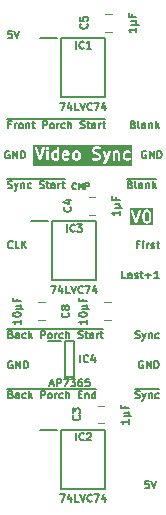
<source format=gto>
%TF.GenerationSoftware,KiCad,Pcbnew,8.0.7*%
%TF.CreationDate,2025-01-16T09:50:38+02:00*%
%TF.ProjectId,Blank and Sync,426c616e-6b20-4616-9e64-2053796e632e,V0*%
%TF.SameCoordinates,Original*%
%TF.FileFunction,Legend,Top*%
%TF.FilePolarity,Positive*%
%FSLAX46Y46*%
G04 Gerber Fmt 4.6, Leading zero omitted, Abs format (unit mm)*
G04 Created by KiCad (PCBNEW 8.0.7) date 2025-01-16 09:50:38*
%MOMM*%
%LPD*%
G01*
G04 APERTURE LIST*
%ADD10C,0.150000*%
%ADD11C,0.200000*%
%ADD12C,0.120000*%
G04 APERTURE END LIST*
D10*
X12371506Y-17733344D02*
X12159839Y-17733344D01*
X12159839Y-18065963D02*
X12159839Y-17430963D01*
X12159839Y-17430963D02*
X12462220Y-17430963D01*
X12704125Y-18065963D02*
X12704125Y-17642629D01*
X12704125Y-17430963D02*
X12673887Y-17461201D01*
X12673887Y-17461201D02*
X12704125Y-17491439D01*
X12704125Y-17491439D02*
X12734363Y-17461201D01*
X12734363Y-17461201D02*
X12704125Y-17430963D01*
X12704125Y-17430963D02*
X12704125Y-17491439D01*
X13006506Y-18065963D02*
X13006506Y-17642629D01*
X13006506Y-17763582D02*
X13036744Y-17703105D01*
X13036744Y-17703105D02*
X13066982Y-17672867D01*
X13066982Y-17672867D02*
X13127458Y-17642629D01*
X13127458Y-17642629D02*
X13187935Y-17642629D01*
X13369363Y-18035725D02*
X13429839Y-18065963D01*
X13429839Y-18065963D02*
X13550791Y-18065963D01*
X13550791Y-18065963D02*
X13611268Y-18035725D01*
X13611268Y-18035725D02*
X13641506Y-17975248D01*
X13641506Y-17975248D02*
X13641506Y-17945010D01*
X13641506Y-17945010D02*
X13611268Y-17884534D01*
X13611268Y-17884534D02*
X13550791Y-17854296D01*
X13550791Y-17854296D02*
X13460077Y-17854296D01*
X13460077Y-17854296D02*
X13399601Y-17824058D01*
X13399601Y-17824058D02*
X13369363Y-17763582D01*
X13369363Y-17763582D02*
X13369363Y-17733344D01*
X13369363Y-17733344D02*
X13399601Y-17672867D01*
X13399601Y-17672867D02*
X13460077Y-17642629D01*
X13460077Y-17642629D02*
X13550791Y-17642629D01*
X13550791Y-17642629D02*
X13611268Y-17672867D01*
X13822935Y-17642629D02*
X14064839Y-17642629D01*
X13913649Y-17430963D02*
X13913649Y-17975248D01*
X13913649Y-17975248D02*
X13943887Y-18035725D01*
X13943887Y-18035725D02*
X14004363Y-18065963D01*
X14004363Y-18065963D02*
X14064839Y-18065963D01*
X1344493Y-9841201D02*
X1284017Y-9810963D01*
X1284017Y-9810963D02*
X1193303Y-9810963D01*
X1193303Y-9810963D02*
X1102588Y-9841201D01*
X1102588Y-9841201D02*
X1042112Y-9901677D01*
X1042112Y-9901677D02*
X1011874Y-9962153D01*
X1011874Y-9962153D02*
X981636Y-10083105D01*
X981636Y-10083105D02*
X981636Y-10173820D01*
X981636Y-10173820D02*
X1011874Y-10294772D01*
X1011874Y-10294772D02*
X1042112Y-10355248D01*
X1042112Y-10355248D02*
X1102588Y-10415725D01*
X1102588Y-10415725D02*
X1193303Y-10445963D01*
X1193303Y-10445963D02*
X1253779Y-10445963D01*
X1253779Y-10445963D02*
X1344493Y-10415725D01*
X1344493Y-10415725D02*
X1374731Y-10385486D01*
X1374731Y-10385486D02*
X1374731Y-10173820D01*
X1374731Y-10173820D02*
X1253779Y-10173820D01*
X1646874Y-10445963D02*
X1646874Y-9810963D01*
X1646874Y-9810963D02*
X2009731Y-10445963D01*
X2009731Y-10445963D02*
X2009731Y-9810963D01*
X2312112Y-10445963D02*
X2312112Y-9810963D01*
X2312112Y-9810963D02*
X2463302Y-9810963D01*
X2463302Y-9810963D02*
X2554017Y-9841201D01*
X2554017Y-9841201D02*
X2614493Y-9901677D01*
X2614493Y-9901677D02*
X2644731Y-9962153D01*
X2644731Y-9962153D02*
X2674969Y-10083105D01*
X2674969Y-10083105D02*
X2674969Y-10173820D01*
X2674969Y-10173820D02*
X2644731Y-10294772D01*
X2644731Y-10294772D02*
X2614493Y-10355248D01*
X2614493Y-10355248D02*
X2554017Y-10415725D01*
X2554017Y-10415725D02*
X2463302Y-10445963D01*
X2463302Y-10445963D02*
X2312112Y-10445963D01*
X1235636Y-12955725D02*
X1326350Y-12985963D01*
X1326350Y-12985963D02*
X1477541Y-12985963D01*
X1477541Y-12985963D02*
X1538017Y-12955725D01*
X1538017Y-12955725D02*
X1568255Y-12925486D01*
X1568255Y-12925486D02*
X1598493Y-12865010D01*
X1598493Y-12865010D02*
X1598493Y-12804534D01*
X1598493Y-12804534D02*
X1568255Y-12744058D01*
X1568255Y-12744058D02*
X1538017Y-12713820D01*
X1538017Y-12713820D02*
X1477541Y-12683582D01*
X1477541Y-12683582D02*
X1356588Y-12653344D01*
X1356588Y-12653344D02*
X1296112Y-12623105D01*
X1296112Y-12623105D02*
X1265874Y-12592867D01*
X1265874Y-12592867D02*
X1235636Y-12532391D01*
X1235636Y-12532391D02*
X1235636Y-12471915D01*
X1235636Y-12471915D02*
X1265874Y-12411439D01*
X1265874Y-12411439D02*
X1296112Y-12381201D01*
X1296112Y-12381201D02*
X1356588Y-12350963D01*
X1356588Y-12350963D02*
X1507779Y-12350963D01*
X1507779Y-12350963D02*
X1598493Y-12381201D01*
X1810160Y-12562629D02*
X1961350Y-12985963D01*
X2112541Y-12562629D02*
X1961350Y-12985963D01*
X1961350Y-12985963D02*
X1900874Y-13137153D01*
X1900874Y-13137153D02*
X1870636Y-13167391D01*
X1870636Y-13167391D02*
X1810160Y-13197629D01*
X2354446Y-12562629D02*
X2354446Y-12985963D01*
X2354446Y-12623105D02*
X2384684Y-12592867D01*
X2384684Y-12592867D02*
X2445160Y-12562629D01*
X2445160Y-12562629D02*
X2535875Y-12562629D01*
X2535875Y-12562629D02*
X2596351Y-12592867D01*
X2596351Y-12592867D02*
X2626589Y-12653344D01*
X2626589Y-12653344D02*
X2626589Y-12985963D01*
X3201113Y-12955725D02*
X3140637Y-12985963D01*
X3140637Y-12985963D02*
X3019684Y-12985963D01*
X3019684Y-12985963D02*
X2959208Y-12955725D01*
X2959208Y-12955725D02*
X2928970Y-12925486D01*
X2928970Y-12925486D02*
X2898732Y-12865010D01*
X2898732Y-12865010D02*
X2898732Y-12683582D01*
X2898732Y-12683582D02*
X2928970Y-12623105D01*
X2928970Y-12623105D02*
X2959208Y-12592867D01*
X2959208Y-12592867D02*
X3019684Y-12562629D01*
X3019684Y-12562629D02*
X3140637Y-12562629D01*
X3140637Y-12562629D02*
X3201113Y-12592867D01*
X3926828Y-12955725D02*
X4017542Y-12985963D01*
X4017542Y-12985963D02*
X4168733Y-12985963D01*
X4168733Y-12985963D02*
X4229209Y-12955725D01*
X4229209Y-12955725D02*
X4259447Y-12925486D01*
X4259447Y-12925486D02*
X4289685Y-12865010D01*
X4289685Y-12865010D02*
X4289685Y-12804534D01*
X4289685Y-12804534D02*
X4259447Y-12744058D01*
X4259447Y-12744058D02*
X4229209Y-12713820D01*
X4229209Y-12713820D02*
X4168733Y-12683582D01*
X4168733Y-12683582D02*
X4047780Y-12653344D01*
X4047780Y-12653344D02*
X3987304Y-12623105D01*
X3987304Y-12623105D02*
X3957066Y-12592867D01*
X3957066Y-12592867D02*
X3926828Y-12532391D01*
X3926828Y-12532391D02*
X3926828Y-12471915D01*
X3926828Y-12471915D02*
X3957066Y-12411439D01*
X3957066Y-12411439D02*
X3987304Y-12381201D01*
X3987304Y-12381201D02*
X4047780Y-12350963D01*
X4047780Y-12350963D02*
X4198971Y-12350963D01*
X4198971Y-12350963D02*
X4289685Y-12381201D01*
X4471114Y-12562629D02*
X4713018Y-12562629D01*
X4561828Y-12350963D02*
X4561828Y-12895248D01*
X4561828Y-12895248D02*
X4592066Y-12955725D01*
X4592066Y-12955725D02*
X4652542Y-12985963D01*
X4652542Y-12985963D02*
X4713018Y-12985963D01*
X5196828Y-12985963D02*
X5196828Y-12653344D01*
X5196828Y-12653344D02*
X5166590Y-12592867D01*
X5166590Y-12592867D02*
X5106114Y-12562629D01*
X5106114Y-12562629D02*
X4985161Y-12562629D01*
X4985161Y-12562629D02*
X4924685Y-12592867D01*
X5196828Y-12955725D02*
X5136352Y-12985963D01*
X5136352Y-12985963D02*
X4985161Y-12985963D01*
X4985161Y-12985963D02*
X4924685Y-12955725D01*
X4924685Y-12955725D02*
X4894447Y-12895248D01*
X4894447Y-12895248D02*
X4894447Y-12834772D01*
X4894447Y-12834772D02*
X4924685Y-12774296D01*
X4924685Y-12774296D02*
X4985161Y-12744058D01*
X4985161Y-12744058D02*
X5136352Y-12744058D01*
X5136352Y-12744058D02*
X5196828Y-12713820D01*
X5499209Y-12985963D02*
X5499209Y-12562629D01*
X5499209Y-12683582D02*
X5529447Y-12623105D01*
X5529447Y-12623105D02*
X5559685Y-12592867D01*
X5559685Y-12592867D02*
X5620161Y-12562629D01*
X5620161Y-12562629D02*
X5680638Y-12562629D01*
X5801590Y-12562629D02*
X6043494Y-12562629D01*
X5892304Y-12350963D02*
X5892304Y-12895248D01*
X5892304Y-12895248D02*
X5922542Y-12955725D01*
X5922542Y-12955725D02*
X5983018Y-12985963D01*
X5983018Y-12985963D02*
X6043494Y-12985963D01*
X1178184Y-12174675D02*
X6040471Y-12174675D01*
X6999019Y-13007734D02*
X6974828Y-13031925D01*
X6974828Y-13031925D02*
X6902257Y-13056115D01*
X6902257Y-13056115D02*
X6853876Y-13056115D01*
X6853876Y-13056115D02*
X6781304Y-13031925D01*
X6781304Y-13031925D02*
X6732923Y-12983544D01*
X6732923Y-12983544D02*
X6708733Y-12935163D01*
X6708733Y-12935163D02*
X6684542Y-12838401D01*
X6684542Y-12838401D02*
X6684542Y-12765829D01*
X6684542Y-12765829D02*
X6708733Y-12669067D01*
X6708733Y-12669067D02*
X6732923Y-12620686D01*
X6732923Y-12620686D02*
X6781304Y-12572305D01*
X6781304Y-12572305D02*
X6853876Y-12548115D01*
X6853876Y-12548115D02*
X6902257Y-12548115D01*
X6902257Y-12548115D02*
X6974828Y-12572305D01*
X6974828Y-12572305D02*
X6999019Y-12596496D01*
X7216733Y-13056115D02*
X7216733Y-12548115D01*
X7216733Y-12548115D02*
X7386066Y-12910972D01*
X7386066Y-12910972D02*
X7555400Y-12548115D01*
X7555400Y-12548115D02*
X7555400Y-13056115D01*
X7797304Y-13056115D02*
X7797304Y-12548115D01*
X7797304Y-12548115D02*
X7990828Y-12548115D01*
X7990828Y-12548115D02*
X8039209Y-12572305D01*
X8039209Y-12572305D02*
X8063399Y-12596496D01*
X8063399Y-12596496D02*
X8087590Y-12644877D01*
X8087590Y-12644877D02*
X8087590Y-12717448D01*
X8087590Y-12717448D02*
X8063399Y-12765829D01*
X8063399Y-12765829D02*
X8039209Y-12790020D01*
X8039209Y-12790020D02*
X7990828Y-12814210D01*
X7990828Y-12814210D02*
X7797304Y-12814210D01*
X1628731Y-18005486D02*
X1598493Y-18035725D01*
X1598493Y-18035725D02*
X1507779Y-18065963D01*
X1507779Y-18065963D02*
X1447303Y-18065963D01*
X1447303Y-18065963D02*
X1356588Y-18035725D01*
X1356588Y-18035725D02*
X1296112Y-17975248D01*
X1296112Y-17975248D02*
X1265874Y-17914772D01*
X1265874Y-17914772D02*
X1235636Y-17793820D01*
X1235636Y-17793820D02*
X1235636Y-17703105D01*
X1235636Y-17703105D02*
X1265874Y-17582153D01*
X1265874Y-17582153D02*
X1296112Y-17521677D01*
X1296112Y-17521677D02*
X1356588Y-17461201D01*
X1356588Y-17461201D02*
X1447303Y-17430963D01*
X1447303Y-17430963D02*
X1507779Y-17430963D01*
X1507779Y-17430963D02*
X1598493Y-17461201D01*
X1598493Y-17461201D02*
X1628731Y-17491439D01*
X2203255Y-18065963D02*
X1900874Y-18065963D01*
X1900874Y-18065963D02*
X1900874Y-17430963D01*
X2414922Y-18065963D02*
X2414922Y-17430963D01*
X2777779Y-18065963D02*
X2505636Y-17703105D01*
X2777779Y-17430963D02*
X2414922Y-17793820D01*
X1477541Y-25353344D02*
X1568255Y-25383582D01*
X1568255Y-25383582D02*
X1598493Y-25413820D01*
X1598493Y-25413820D02*
X1628731Y-25474296D01*
X1628731Y-25474296D02*
X1628731Y-25565010D01*
X1628731Y-25565010D02*
X1598493Y-25625486D01*
X1598493Y-25625486D02*
X1568255Y-25655725D01*
X1568255Y-25655725D02*
X1507779Y-25685963D01*
X1507779Y-25685963D02*
X1265874Y-25685963D01*
X1265874Y-25685963D02*
X1265874Y-25050963D01*
X1265874Y-25050963D02*
X1477541Y-25050963D01*
X1477541Y-25050963D02*
X1538017Y-25081201D01*
X1538017Y-25081201D02*
X1568255Y-25111439D01*
X1568255Y-25111439D02*
X1598493Y-25171915D01*
X1598493Y-25171915D02*
X1598493Y-25232391D01*
X1598493Y-25232391D02*
X1568255Y-25292867D01*
X1568255Y-25292867D02*
X1538017Y-25323105D01*
X1538017Y-25323105D02*
X1477541Y-25353344D01*
X1477541Y-25353344D02*
X1265874Y-25353344D01*
X2173017Y-25685963D02*
X2173017Y-25353344D01*
X2173017Y-25353344D02*
X2142779Y-25292867D01*
X2142779Y-25292867D02*
X2082303Y-25262629D01*
X2082303Y-25262629D02*
X1961350Y-25262629D01*
X1961350Y-25262629D02*
X1900874Y-25292867D01*
X2173017Y-25655725D02*
X2112541Y-25685963D01*
X2112541Y-25685963D02*
X1961350Y-25685963D01*
X1961350Y-25685963D02*
X1900874Y-25655725D01*
X1900874Y-25655725D02*
X1870636Y-25595248D01*
X1870636Y-25595248D02*
X1870636Y-25534772D01*
X1870636Y-25534772D02*
X1900874Y-25474296D01*
X1900874Y-25474296D02*
X1961350Y-25444058D01*
X1961350Y-25444058D02*
X2112541Y-25444058D01*
X2112541Y-25444058D02*
X2173017Y-25413820D01*
X2747541Y-25655725D02*
X2687065Y-25685963D01*
X2687065Y-25685963D02*
X2566112Y-25685963D01*
X2566112Y-25685963D02*
X2505636Y-25655725D01*
X2505636Y-25655725D02*
X2475398Y-25625486D01*
X2475398Y-25625486D02*
X2445160Y-25565010D01*
X2445160Y-25565010D02*
X2445160Y-25383582D01*
X2445160Y-25383582D02*
X2475398Y-25323105D01*
X2475398Y-25323105D02*
X2505636Y-25292867D01*
X2505636Y-25292867D02*
X2566112Y-25262629D01*
X2566112Y-25262629D02*
X2687065Y-25262629D01*
X2687065Y-25262629D02*
X2747541Y-25292867D01*
X3019684Y-25685963D02*
X3019684Y-25050963D01*
X3080160Y-25444058D02*
X3261589Y-25685963D01*
X3261589Y-25262629D02*
X3019684Y-25504534D01*
X4017542Y-25685963D02*
X4017542Y-25050963D01*
X4017542Y-25050963D02*
X4259447Y-25050963D01*
X4259447Y-25050963D02*
X4319923Y-25081201D01*
X4319923Y-25081201D02*
X4350161Y-25111439D01*
X4350161Y-25111439D02*
X4380399Y-25171915D01*
X4380399Y-25171915D02*
X4380399Y-25262629D01*
X4380399Y-25262629D02*
X4350161Y-25323105D01*
X4350161Y-25323105D02*
X4319923Y-25353344D01*
X4319923Y-25353344D02*
X4259447Y-25383582D01*
X4259447Y-25383582D02*
X4017542Y-25383582D01*
X4743256Y-25685963D02*
X4682780Y-25655725D01*
X4682780Y-25655725D02*
X4652542Y-25625486D01*
X4652542Y-25625486D02*
X4622304Y-25565010D01*
X4622304Y-25565010D02*
X4622304Y-25383582D01*
X4622304Y-25383582D02*
X4652542Y-25323105D01*
X4652542Y-25323105D02*
X4682780Y-25292867D01*
X4682780Y-25292867D02*
X4743256Y-25262629D01*
X4743256Y-25262629D02*
X4833971Y-25262629D01*
X4833971Y-25262629D02*
X4894447Y-25292867D01*
X4894447Y-25292867D02*
X4924685Y-25323105D01*
X4924685Y-25323105D02*
X4954923Y-25383582D01*
X4954923Y-25383582D02*
X4954923Y-25565010D01*
X4954923Y-25565010D02*
X4924685Y-25625486D01*
X4924685Y-25625486D02*
X4894447Y-25655725D01*
X4894447Y-25655725D02*
X4833971Y-25685963D01*
X4833971Y-25685963D02*
X4743256Y-25685963D01*
X5227066Y-25685963D02*
X5227066Y-25262629D01*
X5227066Y-25383582D02*
X5257304Y-25323105D01*
X5257304Y-25323105D02*
X5287542Y-25292867D01*
X5287542Y-25292867D02*
X5348018Y-25262629D01*
X5348018Y-25262629D02*
X5408495Y-25262629D01*
X5892304Y-25655725D02*
X5831828Y-25685963D01*
X5831828Y-25685963D02*
X5710875Y-25685963D01*
X5710875Y-25685963D02*
X5650399Y-25655725D01*
X5650399Y-25655725D02*
X5620161Y-25625486D01*
X5620161Y-25625486D02*
X5589923Y-25565010D01*
X5589923Y-25565010D02*
X5589923Y-25383582D01*
X5589923Y-25383582D02*
X5620161Y-25323105D01*
X5620161Y-25323105D02*
X5650399Y-25292867D01*
X5650399Y-25292867D02*
X5710875Y-25262629D01*
X5710875Y-25262629D02*
X5831828Y-25262629D01*
X5831828Y-25262629D02*
X5892304Y-25292867D01*
X6164447Y-25685963D02*
X6164447Y-25050963D01*
X6436590Y-25685963D02*
X6436590Y-25353344D01*
X6436590Y-25353344D02*
X6406352Y-25292867D01*
X6406352Y-25292867D02*
X6345876Y-25262629D01*
X6345876Y-25262629D02*
X6255161Y-25262629D01*
X6255161Y-25262629D02*
X6194685Y-25292867D01*
X6194685Y-25292867D02*
X6164447Y-25323105D01*
X7192543Y-25655725D02*
X7283257Y-25685963D01*
X7283257Y-25685963D02*
X7434448Y-25685963D01*
X7434448Y-25685963D02*
X7494924Y-25655725D01*
X7494924Y-25655725D02*
X7525162Y-25625486D01*
X7525162Y-25625486D02*
X7555400Y-25565010D01*
X7555400Y-25565010D02*
X7555400Y-25504534D01*
X7555400Y-25504534D02*
X7525162Y-25444058D01*
X7525162Y-25444058D02*
X7494924Y-25413820D01*
X7494924Y-25413820D02*
X7434448Y-25383582D01*
X7434448Y-25383582D02*
X7313495Y-25353344D01*
X7313495Y-25353344D02*
X7253019Y-25323105D01*
X7253019Y-25323105D02*
X7222781Y-25292867D01*
X7222781Y-25292867D02*
X7192543Y-25232391D01*
X7192543Y-25232391D02*
X7192543Y-25171915D01*
X7192543Y-25171915D02*
X7222781Y-25111439D01*
X7222781Y-25111439D02*
X7253019Y-25081201D01*
X7253019Y-25081201D02*
X7313495Y-25050963D01*
X7313495Y-25050963D02*
X7464686Y-25050963D01*
X7464686Y-25050963D02*
X7555400Y-25081201D01*
X7736829Y-25262629D02*
X7978733Y-25262629D01*
X7827543Y-25050963D02*
X7827543Y-25595248D01*
X7827543Y-25595248D02*
X7857781Y-25655725D01*
X7857781Y-25655725D02*
X7918257Y-25685963D01*
X7918257Y-25685963D02*
X7978733Y-25685963D01*
X8462543Y-25685963D02*
X8462543Y-25353344D01*
X8462543Y-25353344D02*
X8432305Y-25292867D01*
X8432305Y-25292867D02*
X8371829Y-25262629D01*
X8371829Y-25262629D02*
X8250876Y-25262629D01*
X8250876Y-25262629D02*
X8190400Y-25292867D01*
X8462543Y-25655725D02*
X8402067Y-25685963D01*
X8402067Y-25685963D02*
X8250876Y-25685963D01*
X8250876Y-25685963D02*
X8190400Y-25655725D01*
X8190400Y-25655725D02*
X8160162Y-25595248D01*
X8160162Y-25595248D02*
X8160162Y-25534772D01*
X8160162Y-25534772D02*
X8190400Y-25474296D01*
X8190400Y-25474296D02*
X8250876Y-25444058D01*
X8250876Y-25444058D02*
X8402067Y-25444058D01*
X8402067Y-25444058D02*
X8462543Y-25413820D01*
X8764924Y-25685963D02*
X8764924Y-25262629D01*
X8764924Y-25383582D02*
X8795162Y-25323105D01*
X8795162Y-25323105D02*
X8825400Y-25292867D01*
X8825400Y-25292867D02*
X8885876Y-25262629D01*
X8885876Y-25262629D02*
X8946353Y-25262629D01*
X9067305Y-25262629D02*
X9309209Y-25262629D01*
X9158019Y-25050963D02*
X9158019Y-25595248D01*
X9158019Y-25595248D02*
X9188257Y-25655725D01*
X9188257Y-25655725D02*
X9248733Y-25685963D01*
X9248733Y-25685963D02*
X9309209Y-25685963D01*
X1178184Y-24874675D02*
X9306186Y-24874675D01*
X12038886Y-25655725D02*
X12129600Y-25685963D01*
X12129600Y-25685963D02*
X12280791Y-25685963D01*
X12280791Y-25685963D02*
X12341267Y-25655725D01*
X12341267Y-25655725D02*
X12371505Y-25625486D01*
X12371505Y-25625486D02*
X12401743Y-25565010D01*
X12401743Y-25565010D02*
X12401743Y-25504534D01*
X12401743Y-25504534D02*
X12371505Y-25444058D01*
X12371505Y-25444058D02*
X12341267Y-25413820D01*
X12341267Y-25413820D02*
X12280791Y-25383582D01*
X12280791Y-25383582D02*
X12159838Y-25353344D01*
X12159838Y-25353344D02*
X12099362Y-25323105D01*
X12099362Y-25323105D02*
X12069124Y-25292867D01*
X12069124Y-25292867D02*
X12038886Y-25232391D01*
X12038886Y-25232391D02*
X12038886Y-25171915D01*
X12038886Y-25171915D02*
X12069124Y-25111439D01*
X12069124Y-25111439D02*
X12099362Y-25081201D01*
X12099362Y-25081201D02*
X12159838Y-25050963D01*
X12159838Y-25050963D02*
X12311029Y-25050963D01*
X12311029Y-25050963D02*
X12401743Y-25081201D01*
X12613410Y-25262629D02*
X12764600Y-25685963D01*
X12915791Y-25262629D02*
X12764600Y-25685963D01*
X12764600Y-25685963D02*
X12704124Y-25837153D01*
X12704124Y-25837153D02*
X12673886Y-25867391D01*
X12673886Y-25867391D02*
X12613410Y-25897629D01*
X13157696Y-25262629D02*
X13157696Y-25685963D01*
X13157696Y-25323105D02*
X13187934Y-25292867D01*
X13187934Y-25292867D02*
X13248410Y-25262629D01*
X13248410Y-25262629D02*
X13339125Y-25262629D01*
X13339125Y-25262629D02*
X13399601Y-25292867D01*
X13399601Y-25292867D02*
X13429839Y-25353344D01*
X13429839Y-25353344D02*
X13429839Y-25685963D01*
X14004363Y-25655725D02*
X13943887Y-25685963D01*
X13943887Y-25685963D02*
X13822934Y-25685963D01*
X13822934Y-25685963D02*
X13762458Y-25655725D01*
X13762458Y-25655725D02*
X13732220Y-25625486D01*
X13732220Y-25625486D02*
X13701982Y-25565010D01*
X13701982Y-25565010D02*
X13701982Y-25383582D01*
X13701982Y-25383582D02*
X13732220Y-25323105D01*
X13732220Y-25323105D02*
X13762458Y-25292867D01*
X13762458Y-25292867D02*
X13822934Y-25262629D01*
X13822934Y-25262629D02*
X13943887Y-25262629D01*
X13943887Y-25262629D02*
X14004363Y-25292867D01*
D11*
G36*
X5400951Y-9977974D02*
G01*
X5400951Y-10425796D01*
X5382106Y-10435219D01*
X5238844Y-10435219D01*
X5179234Y-10405414D01*
X5154567Y-10380746D01*
X5124761Y-10321134D01*
X5124761Y-10082635D01*
X5154566Y-10023025D01*
X5179234Y-9998356D01*
X5238844Y-9968552D01*
X5382106Y-9968552D01*
X5400951Y-9977974D01*
G37*
G36*
X6283558Y-9990707D02*
G01*
X6301008Y-10025607D01*
X6029523Y-10079904D01*
X6029523Y-10035016D01*
X6051678Y-9990706D01*
X6095987Y-9968552D01*
X6239249Y-9968552D01*
X6283558Y-9990707D01*
G37*
G36*
X7156001Y-9998357D02*
G01*
X7180670Y-10023025D01*
X7210475Y-10082635D01*
X7210475Y-10321135D01*
X7180670Y-10380743D01*
X7156001Y-10405413D01*
X7096392Y-10435219D01*
X7000749Y-10435219D01*
X6941139Y-10405414D01*
X6916472Y-10380746D01*
X6886666Y-10321134D01*
X6886666Y-10082635D01*
X6916471Y-10023025D01*
X6941139Y-9998356D01*
X7000749Y-9968552D01*
X7096392Y-9968552D01*
X7156001Y-9998357D01*
G37*
G36*
X11758896Y-11078878D02*
G01*
X3385864Y-11078878D01*
X3385864Y-10856045D01*
X9258880Y-10856045D01*
X9261646Y-10894965D01*
X9279095Y-10929864D01*
X9308572Y-10955428D01*
X9345588Y-10967767D01*
X9384508Y-10965001D01*
X9402816Y-10957995D01*
X9498054Y-10910376D01*
X9506450Y-10905090D01*
X9508890Y-10904080D01*
X9511636Y-10901826D01*
X9514644Y-10899933D01*
X9516373Y-10897938D01*
X9524044Y-10891644D01*
X9571662Y-10844025D01*
X9584099Y-10828872D01*
X9584336Y-10828297D01*
X9584771Y-10827853D01*
X9593800Y-10810453D01*
X9689038Y-10572358D01*
X9689562Y-10570551D01*
X9690364Y-10568853D01*
X9928459Y-9902186D01*
X9933212Y-9883167D01*
X9932485Y-9868552D01*
X10115238Y-9868552D01*
X10115238Y-10535219D01*
X10117159Y-10554728D01*
X10132091Y-10590776D01*
X10159681Y-10618366D01*
X10195729Y-10633298D01*
X10234747Y-10633298D01*
X10270795Y-10618366D01*
X10298385Y-10590776D01*
X10313317Y-10554728D01*
X10315238Y-10535219D01*
X10315238Y-10005211D01*
X10322092Y-9998356D01*
X10381702Y-9968552D01*
X10477345Y-9968552D01*
X10521654Y-9990707D01*
X10543809Y-10035016D01*
X10543809Y-10535219D01*
X10545730Y-10554728D01*
X10560662Y-10590776D01*
X10588252Y-10618366D01*
X10624300Y-10633298D01*
X10663318Y-10633298D01*
X10699366Y-10618366D01*
X10726956Y-10590776D01*
X10741888Y-10554728D01*
X10743809Y-10535219D01*
X10743809Y-10059028D01*
X10972381Y-10059028D01*
X10972381Y-10344742D01*
X10974302Y-10364251D01*
X10975677Y-10367571D01*
X10975932Y-10371155D01*
X10982938Y-10389463D01*
X11030557Y-10484701D01*
X11035840Y-10493093D01*
X11036852Y-10495537D01*
X11039108Y-10498286D01*
X11041000Y-10501291D01*
X11042994Y-10503020D01*
X11049289Y-10510690D01*
X11096907Y-10558310D01*
X11104575Y-10564603D01*
X11106307Y-10566600D01*
X11109315Y-10568493D01*
X11112061Y-10570747D01*
X11114501Y-10571757D01*
X11122898Y-10577043D01*
X11218135Y-10624662D01*
X11236444Y-10631668D01*
X11240027Y-10631922D01*
X11243348Y-10633298D01*
X11262857Y-10635219D01*
X11453333Y-10635219D01*
X11472842Y-10633298D01*
X11476162Y-10631922D01*
X11479746Y-10631668D01*
X11498054Y-10624662D01*
X11593292Y-10577043D01*
X11609882Y-10566600D01*
X11635447Y-10537123D01*
X11647785Y-10500107D01*
X11645020Y-10461187D01*
X11627571Y-10426289D01*
X11598094Y-10400724D01*
X11561078Y-10388385D01*
X11522158Y-10391151D01*
X11503849Y-10398157D01*
X11429726Y-10435219D01*
X11286464Y-10435219D01*
X11226854Y-10405414D01*
X11202187Y-10380746D01*
X11172381Y-10321134D01*
X11172381Y-10082635D01*
X11202186Y-10023025D01*
X11226854Y-9998356D01*
X11286464Y-9968552D01*
X11429726Y-9968552D01*
X11503849Y-10005614D01*
X11522158Y-10012620D01*
X11561078Y-10015386D01*
X11598094Y-10003047D01*
X11627571Y-9977482D01*
X11645020Y-9942584D01*
X11647785Y-9903664D01*
X11635447Y-9866648D01*
X11609882Y-9837171D01*
X11593292Y-9826728D01*
X11498054Y-9779109D01*
X11479746Y-9772103D01*
X11476162Y-9771848D01*
X11472842Y-9770473D01*
X11453333Y-9768552D01*
X11262857Y-9768552D01*
X11243348Y-9770473D01*
X11240027Y-9771848D01*
X11236444Y-9772103D01*
X11218135Y-9779109D01*
X11122898Y-9826728D01*
X11114501Y-9832013D01*
X11112061Y-9833024D01*
X11109315Y-9835277D01*
X11106307Y-9837171D01*
X11104574Y-9839168D01*
X11096908Y-9845461D01*
X11049289Y-9893079D01*
X11042994Y-9900749D01*
X11041000Y-9902479D01*
X11039106Y-9905486D01*
X11036853Y-9908233D01*
X11035842Y-9910672D01*
X11030557Y-9919069D01*
X10982938Y-10014307D01*
X10975932Y-10032615D01*
X10975677Y-10036198D01*
X10974302Y-10039519D01*
X10972381Y-10059028D01*
X10743809Y-10059028D01*
X10743809Y-10011409D01*
X10741888Y-9991900D01*
X10740512Y-9988579D01*
X10740258Y-9984996D01*
X10733252Y-9966687D01*
X10685633Y-9871450D01*
X10683578Y-9868186D01*
X10683066Y-9866648D01*
X10681404Y-9864732D01*
X10675190Y-9854859D01*
X10665714Y-9846641D01*
X10657501Y-9837171D01*
X10647629Y-9830957D01*
X10645713Y-9829295D01*
X10644174Y-9828781D01*
X10640911Y-9826728D01*
X10545673Y-9779109D01*
X10527365Y-9772103D01*
X10523781Y-9771848D01*
X10520461Y-9770473D01*
X10500952Y-9768552D01*
X10358095Y-9768552D01*
X10338586Y-9770473D01*
X10335265Y-9771848D01*
X10331682Y-9772103D01*
X10313373Y-9779109D01*
X10280790Y-9795400D01*
X10270795Y-9785405D01*
X10234747Y-9770473D01*
X10195729Y-9770473D01*
X10159681Y-9785405D01*
X10132091Y-9812995D01*
X10117159Y-9849043D01*
X10115238Y-9868552D01*
X9932485Y-9868552D01*
X9931274Y-9844197D01*
X9914571Y-9808935D01*
X9885645Y-9782749D01*
X9848900Y-9769626D01*
X9809930Y-9771563D01*
X9774668Y-9788267D01*
X9748481Y-9817192D01*
X9740111Y-9834919D01*
X9596190Y-10237897D01*
X9452269Y-9834918D01*
X9443899Y-9817192D01*
X9417712Y-9788266D01*
X9382450Y-9771563D01*
X9343480Y-9769625D01*
X9306735Y-9782748D01*
X9277809Y-9808935D01*
X9261106Y-9844197D01*
X9259168Y-9883167D01*
X9263921Y-9902186D01*
X9489288Y-10533214D01*
X9415726Y-10717117D01*
X9394097Y-10738746D01*
X9313374Y-10779109D01*
X9296783Y-10789552D01*
X9271219Y-10819029D01*
X9258880Y-10856045D01*
X3385864Y-10856045D01*
X3385864Y-9547726D01*
X3496975Y-9547726D01*
X3501322Y-9566842D01*
X3834655Y-10566841D01*
X3842646Y-10584742D01*
X3847329Y-10590141D01*
X3850524Y-10596531D01*
X3859995Y-10604746D01*
X3868211Y-10614218D01*
X3874599Y-10617412D01*
X3880000Y-10622096D01*
X3891901Y-10626063D01*
X3903110Y-10631667D01*
X3910234Y-10632173D01*
X3917016Y-10634434D01*
X3929525Y-10633544D01*
X3942030Y-10634434D01*
X3948808Y-10632174D01*
X3955936Y-10631668D01*
X3967152Y-10626059D01*
X3979046Y-10622095D01*
X3984443Y-10617414D01*
X3990835Y-10614218D01*
X3999053Y-10604742D01*
X4008522Y-10596530D01*
X4011715Y-10590143D01*
X4016400Y-10584742D01*
X4024391Y-10566842D01*
X4257154Y-9868552D01*
X4496190Y-9868552D01*
X4496190Y-10535219D01*
X4498111Y-10554728D01*
X4513043Y-10590776D01*
X4540633Y-10618366D01*
X4576681Y-10633298D01*
X4615699Y-10633298D01*
X4651747Y-10618366D01*
X4679337Y-10590776D01*
X4694269Y-10554728D01*
X4696190Y-10535219D01*
X4696190Y-10059028D01*
X4924761Y-10059028D01*
X4924761Y-10344742D01*
X4926682Y-10364251D01*
X4928057Y-10367571D01*
X4928312Y-10371155D01*
X4935318Y-10389463D01*
X4982937Y-10484701D01*
X4988220Y-10493093D01*
X4989232Y-10495537D01*
X4991488Y-10498286D01*
X4993380Y-10501291D01*
X4995374Y-10503020D01*
X5001669Y-10510690D01*
X5049287Y-10558310D01*
X5056955Y-10564603D01*
X5058687Y-10566600D01*
X5061695Y-10568493D01*
X5064441Y-10570747D01*
X5066881Y-10571757D01*
X5075278Y-10577043D01*
X5170515Y-10624662D01*
X5188824Y-10631668D01*
X5192407Y-10631922D01*
X5195728Y-10633298D01*
X5215237Y-10635219D01*
X5405713Y-10635219D01*
X5425222Y-10633298D01*
X5428542Y-10631922D01*
X5432126Y-10631668D01*
X5450434Y-10624662D01*
X5455037Y-10622360D01*
X5481442Y-10633298D01*
X5520460Y-10633298D01*
X5556508Y-10618366D01*
X5584098Y-10590776D01*
X5599030Y-10554728D01*
X5600951Y-10535219D01*
X5600951Y-10011409D01*
X5829523Y-10011409D01*
X5829523Y-10392361D01*
X5831444Y-10411870D01*
X5832819Y-10415190D01*
X5833074Y-10418773D01*
X5840080Y-10437082D01*
X5887699Y-10532321D01*
X5889752Y-10535584D01*
X5890266Y-10537123D01*
X5891928Y-10539039D01*
X5898142Y-10548911D01*
X5907613Y-10557125D01*
X5915830Y-10566600D01*
X5925700Y-10572812D01*
X5927618Y-10574476D01*
X5929158Y-10574989D01*
X5932421Y-10577043D01*
X6027658Y-10624662D01*
X6045967Y-10631668D01*
X6049550Y-10631922D01*
X6052871Y-10633298D01*
X6072380Y-10635219D01*
X6262856Y-10635219D01*
X6282365Y-10633298D01*
X6285685Y-10631922D01*
X6289269Y-10631668D01*
X6307577Y-10624662D01*
X6402815Y-10577043D01*
X6419405Y-10566600D01*
X6444970Y-10537123D01*
X6457308Y-10500107D01*
X6454543Y-10461187D01*
X6437094Y-10426289D01*
X6407617Y-10400724D01*
X6370601Y-10388385D01*
X6331681Y-10391151D01*
X6313372Y-10398157D01*
X6239249Y-10435219D01*
X6095987Y-10435219D01*
X6051677Y-10413064D01*
X6029523Y-10368754D01*
X6029523Y-10283865D01*
X6425219Y-10204726D01*
X6425222Y-10204726D01*
X6425224Y-10204724D01*
X6425324Y-10204705D01*
X6444078Y-10198995D01*
X6452218Y-10193543D01*
X6461270Y-10189794D01*
X6468271Y-10182792D01*
X6476497Y-10177284D01*
X6481931Y-10169132D01*
X6488860Y-10162204D01*
X6492649Y-10153056D01*
X6498141Y-10144819D01*
X6500042Y-10135208D01*
X6503792Y-10126156D01*
X6505713Y-10106647D01*
X6505713Y-10059028D01*
X6686666Y-10059028D01*
X6686666Y-10344742D01*
X6688587Y-10364251D01*
X6689962Y-10367571D01*
X6690217Y-10371155D01*
X6697223Y-10389463D01*
X6744842Y-10484701D01*
X6750125Y-10493093D01*
X6751137Y-10495537D01*
X6753393Y-10498286D01*
X6755285Y-10501291D01*
X6757279Y-10503020D01*
X6763574Y-10510690D01*
X6811192Y-10558310D01*
X6818860Y-10564603D01*
X6820592Y-10566600D01*
X6823600Y-10568493D01*
X6826346Y-10570747D01*
X6828786Y-10571757D01*
X6837183Y-10577043D01*
X6932420Y-10624662D01*
X6950729Y-10631668D01*
X6954312Y-10631922D01*
X6957633Y-10633298D01*
X6977142Y-10635219D01*
X7119999Y-10635219D01*
X7139508Y-10633298D01*
X7142828Y-10631922D01*
X7146412Y-10631668D01*
X7164720Y-10624662D01*
X7259958Y-10577043D01*
X7268353Y-10571758D01*
X7270795Y-10570747D01*
X7273542Y-10568491D01*
X7276548Y-10566600D01*
X7278278Y-10564605D01*
X7285948Y-10558310D01*
X7333567Y-10510690D01*
X7339859Y-10503023D01*
X7341856Y-10501292D01*
X7343749Y-10498284D01*
X7346004Y-10495537D01*
X7347015Y-10493095D01*
X7352299Y-10484701D01*
X7399918Y-10389464D01*
X7406924Y-10371155D01*
X7407178Y-10367571D01*
X7408554Y-10364251D01*
X7410475Y-10344742D01*
X7410475Y-10059028D01*
X7408554Y-10039519D01*
X7407178Y-10036198D01*
X7406924Y-10032615D01*
X7399918Y-10014306D01*
X7352299Y-9919069D01*
X7347013Y-9910672D01*
X7346003Y-9908232D01*
X7343749Y-9905486D01*
X7341856Y-9902478D01*
X7339858Y-9900745D01*
X7333566Y-9893079D01*
X7285948Y-9845460D01*
X7278277Y-9839165D01*
X7276548Y-9837171D01*
X7273540Y-9835277D01*
X7270794Y-9833024D01*
X7268354Y-9832013D01*
X7259958Y-9826728D01*
X7164720Y-9779109D01*
X7146412Y-9772103D01*
X7142828Y-9771848D01*
X7139508Y-9770473D01*
X7119999Y-9768552D01*
X6977142Y-9768552D01*
X6957633Y-9770473D01*
X6954312Y-9771848D01*
X6950729Y-9772103D01*
X6932420Y-9779109D01*
X6837183Y-9826728D01*
X6828786Y-9832013D01*
X6826346Y-9833024D01*
X6823600Y-9835277D01*
X6820592Y-9837171D01*
X6818859Y-9839168D01*
X6811193Y-9845461D01*
X6763574Y-9893079D01*
X6757279Y-9900749D01*
X6755285Y-9902479D01*
X6753391Y-9905486D01*
X6751138Y-9908233D01*
X6750127Y-9910672D01*
X6744842Y-9919069D01*
X6697223Y-10014307D01*
X6690217Y-10032615D01*
X6689962Y-10036198D01*
X6688587Y-10039519D01*
X6686666Y-10059028D01*
X6505713Y-10059028D01*
X6505713Y-10011409D01*
X6503792Y-9991900D01*
X6502416Y-9988579D01*
X6502162Y-9984996D01*
X6495156Y-9966687D01*
X6447537Y-9871450D01*
X6445482Y-9868186D01*
X6444970Y-9866648D01*
X6443308Y-9864732D01*
X6437094Y-9854859D01*
X6427618Y-9846641D01*
X6419405Y-9837171D01*
X6409533Y-9830957D01*
X6407617Y-9829295D01*
X6406078Y-9828781D01*
X6402815Y-9826728D01*
X6307577Y-9779109D01*
X6289269Y-9772103D01*
X6285685Y-9771848D01*
X6282365Y-9770473D01*
X6262856Y-9768552D01*
X6072380Y-9768552D01*
X6052871Y-9770473D01*
X6049550Y-9771848D01*
X6045967Y-9772103D01*
X6027658Y-9779109D01*
X5932421Y-9826728D01*
X5929157Y-9828782D01*
X5927619Y-9829295D01*
X5925703Y-9830956D01*
X5915830Y-9837171D01*
X5907612Y-9846646D01*
X5898142Y-9854860D01*
X5891928Y-9864731D01*
X5890266Y-9866648D01*
X5889752Y-9868186D01*
X5887699Y-9871450D01*
X5840080Y-9966688D01*
X5833074Y-9984996D01*
X5832819Y-9988579D01*
X5831444Y-9991900D01*
X5829523Y-10011409D01*
X5600951Y-10011409D01*
X5600951Y-9725695D01*
X8353333Y-9725695D01*
X8353333Y-9820933D01*
X8355254Y-9840442D01*
X8356629Y-9843762D01*
X8356884Y-9847346D01*
X8363890Y-9865654D01*
X8411509Y-9960892D01*
X8416794Y-9969288D01*
X8417805Y-9971728D01*
X8420058Y-9974474D01*
X8421952Y-9977482D01*
X8423946Y-9979211D01*
X8430241Y-9986882D01*
X8477860Y-10034500D01*
X8485526Y-10040792D01*
X8487259Y-10042790D01*
X8490267Y-10044683D01*
X8493013Y-10046937D01*
X8495453Y-10047947D01*
X8503850Y-10053233D01*
X8599087Y-10100852D01*
X8600515Y-10101398D01*
X8601095Y-10101828D01*
X8609271Y-10104749D01*
X8617396Y-10107858D01*
X8618116Y-10107909D01*
X8619555Y-10108423D01*
X8799380Y-10153379D01*
X8870287Y-10188833D01*
X8894956Y-10213501D01*
X8924761Y-10273111D01*
X8924761Y-10321135D01*
X8894956Y-10380743D01*
X8870287Y-10405413D01*
X8810678Y-10435219D01*
X8612416Y-10435219D01*
X8484956Y-10392732D01*
X8465840Y-10388385D01*
X8426920Y-10391151D01*
X8392021Y-10408601D01*
X8366456Y-10438077D01*
X8354118Y-10475093D01*
X8356884Y-10514013D01*
X8374334Y-10548912D01*
X8403810Y-10574477D01*
X8421710Y-10582468D01*
X8564567Y-10630087D01*
X8574239Y-10632286D01*
X8576681Y-10633298D01*
X8580218Y-10633646D01*
X8583682Y-10634434D01*
X8586316Y-10634246D01*
X8596190Y-10635219D01*
X8834285Y-10635219D01*
X8853794Y-10633298D01*
X8857114Y-10631922D01*
X8860698Y-10631668D01*
X8879006Y-10624662D01*
X8974244Y-10577043D01*
X8982639Y-10571758D01*
X8985081Y-10570747D01*
X8987828Y-10568491D01*
X8990834Y-10566600D01*
X8992564Y-10564605D01*
X9000234Y-10558310D01*
X9047853Y-10510690D01*
X9054145Y-10503023D01*
X9056142Y-10501292D01*
X9058035Y-10498284D01*
X9060290Y-10495537D01*
X9061301Y-10493095D01*
X9066585Y-10484701D01*
X9114204Y-10389464D01*
X9121210Y-10371155D01*
X9121464Y-10367571D01*
X9122840Y-10364251D01*
X9124761Y-10344742D01*
X9124761Y-10249504D01*
X9122840Y-10229995D01*
X9121464Y-10226674D01*
X9121210Y-10223091D01*
X9114204Y-10204782D01*
X9066585Y-10109545D01*
X9061299Y-10101148D01*
X9060289Y-10098708D01*
X9058035Y-10095962D01*
X9056142Y-10092954D01*
X9054144Y-10091221D01*
X9047852Y-10083555D01*
X9000234Y-10035936D01*
X8992563Y-10029641D01*
X8990834Y-10027647D01*
X8987826Y-10025753D01*
X8985080Y-10023500D01*
X8982640Y-10022489D01*
X8974244Y-10017204D01*
X8879006Y-9969585D01*
X8877579Y-9969039D01*
X8876999Y-9968609D01*
X8868822Y-9965687D01*
X8860698Y-9962579D01*
X8859975Y-9962527D01*
X8858538Y-9962014D01*
X8678713Y-9917057D01*
X8607806Y-9881604D01*
X8583138Y-9856935D01*
X8553333Y-9797325D01*
X8553333Y-9749302D01*
X8583138Y-9689692D01*
X8607806Y-9665023D01*
X8667416Y-9635219D01*
X8865677Y-9635219D01*
X8993138Y-9677706D01*
X9012253Y-9682053D01*
X9051173Y-9679287D01*
X9086072Y-9661837D01*
X9111637Y-9632361D01*
X9123976Y-9595345D01*
X9121209Y-9556425D01*
X9103760Y-9521526D01*
X9074284Y-9495961D01*
X9056383Y-9487970D01*
X8913527Y-9440351D01*
X8903855Y-9438151D01*
X8901413Y-9437140D01*
X8897874Y-9436791D01*
X8894411Y-9436004D01*
X8891777Y-9436191D01*
X8881904Y-9435219D01*
X8643809Y-9435219D01*
X8624300Y-9437140D01*
X8620979Y-9438515D01*
X8617396Y-9438770D01*
X8599087Y-9445776D01*
X8503850Y-9493395D01*
X8495453Y-9498680D01*
X8493013Y-9499691D01*
X8490267Y-9501944D01*
X8487259Y-9503838D01*
X8485526Y-9505835D01*
X8477860Y-9512128D01*
X8430241Y-9559746D01*
X8423946Y-9567416D01*
X8421952Y-9569146D01*
X8420058Y-9572153D01*
X8417805Y-9574900D01*
X8416794Y-9577339D01*
X8411509Y-9585736D01*
X8363890Y-9680974D01*
X8356884Y-9699282D01*
X8356629Y-9702865D01*
X8355254Y-9706186D01*
X8353333Y-9725695D01*
X5600951Y-9725695D01*
X5600951Y-9535219D01*
X5599030Y-9515710D01*
X5584098Y-9479662D01*
X5556508Y-9452072D01*
X5520460Y-9437140D01*
X5481442Y-9437140D01*
X5445394Y-9452072D01*
X5417804Y-9479662D01*
X5402872Y-9515710D01*
X5400951Y-9535219D01*
X5400951Y-9768552D01*
X5215237Y-9768552D01*
X5195728Y-9770473D01*
X5192407Y-9771848D01*
X5188824Y-9772103D01*
X5170515Y-9779109D01*
X5075278Y-9826728D01*
X5066881Y-9832013D01*
X5064441Y-9833024D01*
X5061695Y-9835277D01*
X5058687Y-9837171D01*
X5056954Y-9839168D01*
X5049288Y-9845461D01*
X5001669Y-9893079D01*
X4995374Y-9900749D01*
X4993380Y-9902479D01*
X4991486Y-9905486D01*
X4989233Y-9908233D01*
X4988222Y-9910672D01*
X4982937Y-9919069D01*
X4935318Y-10014307D01*
X4928312Y-10032615D01*
X4928057Y-10036198D01*
X4926682Y-10039519D01*
X4924761Y-10059028D01*
X4696190Y-10059028D01*
X4696190Y-9868552D01*
X4694269Y-9849043D01*
X4679337Y-9812995D01*
X4651747Y-9785405D01*
X4615699Y-9770473D01*
X4576681Y-9770473D01*
X4540633Y-9785405D01*
X4513043Y-9812995D01*
X4498111Y-9849043D01*
X4496190Y-9868552D01*
X4257154Y-9868552D01*
X4357724Y-9566842D01*
X4358523Y-9563329D01*
X4450492Y-9563329D01*
X4450492Y-9602347D01*
X4465424Y-9638395D01*
X4477860Y-9653549D01*
X4525479Y-9701167D01*
X4540632Y-9713604D01*
X4551190Y-9717977D01*
X4576681Y-9728536D01*
X4615699Y-9728536D01*
X4651747Y-9713604D01*
X4666901Y-9701168D01*
X4714519Y-9653549D01*
X4726956Y-9638396D01*
X4741887Y-9602347D01*
X4741887Y-9563329D01*
X4739027Y-9556425D01*
X4726956Y-9527280D01*
X4714519Y-9512127D01*
X4666901Y-9464508D01*
X4651747Y-9452072D01*
X4615699Y-9437140D01*
X4576681Y-9437140D01*
X4551190Y-9447698D01*
X4540632Y-9452072D01*
X4525479Y-9464509D01*
X4477860Y-9512127D01*
X4465425Y-9527280D01*
X4465424Y-9527281D01*
X4450492Y-9563329D01*
X4358523Y-9563329D01*
X4362071Y-9547727D01*
X4359305Y-9508807D01*
X4341855Y-9473908D01*
X4312379Y-9448343D01*
X4275363Y-9436004D01*
X4236443Y-9438771D01*
X4201544Y-9456220D01*
X4175979Y-9485696D01*
X4167988Y-9503597D01*
X3929523Y-10218991D01*
X3691058Y-9503596D01*
X3683067Y-9485696D01*
X3657502Y-9456220D01*
X3622603Y-9438770D01*
X3583683Y-9436004D01*
X3546667Y-9448342D01*
X3517191Y-9473907D01*
X3499741Y-9508806D01*
X3496975Y-9547726D01*
X3385864Y-9547726D01*
X3385864Y-9324108D01*
X11758896Y-9324108D01*
X11758896Y-11078878D01*
G37*
D10*
X11603458Y-12653344D02*
X11694172Y-12683582D01*
X11694172Y-12683582D02*
X11724410Y-12713820D01*
X11724410Y-12713820D02*
X11754648Y-12774296D01*
X11754648Y-12774296D02*
X11754648Y-12865010D01*
X11754648Y-12865010D02*
X11724410Y-12925486D01*
X11724410Y-12925486D02*
X11694172Y-12955725D01*
X11694172Y-12955725D02*
X11633696Y-12985963D01*
X11633696Y-12985963D02*
X11391791Y-12985963D01*
X11391791Y-12985963D02*
X11391791Y-12350963D01*
X11391791Y-12350963D02*
X11603458Y-12350963D01*
X11603458Y-12350963D02*
X11663934Y-12381201D01*
X11663934Y-12381201D02*
X11694172Y-12411439D01*
X11694172Y-12411439D02*
X11724410Y-12471915D01*
X11724410Y-12471915D02*
X11724410Y-12532391D01*
X11724410Y-12532391D02*
X11694172Y-12592867D01*
X11694172Y-12592867D02*
X11663934Y-12623105D01*
X11663934Y-12623105D02*
X11603458Y-12653344D01*
X11603458Y-12653344D02*
X11391791Y-12653344D01*
X12117505Y-12985963D02*
X12057029Y-12955725D01*
X12057029Y-12955725D02*
X12026791Y-12895248D01*
X12026791Y-12895248D02*
X12026791Y-12350963D01*
X12631553Y-12985963D02*
X12631553Y-12653344D01*
X12631553Y-12653344D02*
X12601315Y-12592867D01*
X12601315Y-12592867D02*
X12540839Y-12562629D01*
X12540839Y-12562629D02*
X12419886Y-12562629D01*
X12419886Y-12562629D02*
X12359410Y-12592867D01*
X12631553Y-12955725D02*
X12571077Y-12985963D01*
X12571077Y-12985963D02*
X12419886Y-12985963D01*
X12419886Y-12985963D02*
X12359410Y-12955725D01*
X12359410Y-12955725D02*
X12329172Y-12895248D01*
X12329172Y-12895248D02*
X12329172Y-12834772D01*
X12329172Y-12834772D02*
X12359410Y-12774296D01*
X12359410Y-12774296D02*
X12419886Y-12744058D01*
X12419886Y-12744058D02*
X12571077Y-12744058D01*
X12571077Y-12744058D02*
X12631553Y-12713820D01*
X12933934Y-12562629D02*
X12933934Y-12985963D01*
X12933934Y-12623105D02*
X12964172Y-12592867D01*
X12964172Y-12592867D02*
X13024648Y-12562629D01*
X13024648Y-12562629D02*
X13115363Y-12562629D01*
X13115363Y-12562629D02*
X13175839Y-12592867D01*
X13175839Y-12592867D02*
X13206077Y-12653344D01*
X13206077Y-12653344D02*
X13206077Y-12985963D01*
X13508458Y-12985963D02*
X13508458Y-12350963D01*
X13568934Y-12744058D02*
X13750363Y-12985963D01*
X13750363Y-12562629D02*
X13508458Y-12804534D01*
X11304101Y-12174675D02*
X13807816Y-12174675D01*
X1568255Y349036D02*
X1265874Y349036D01*
X1265874Y349036D02*
X1235636Y46655D01*
X1235636Y46655D02*
X1265874Y76894D01*
X1265874Y76894D02*
X1326350Y107132D01*
X1326350Y107132D02*
X1477541Y107132D01*
X1477541Y107132D02*
X1538017Y76894D01*
X1538017Y76894D02*
X1568255Y46655D01*
X1568255Y46655D02*
X1598493Y-13820D01*
X1598493Y-13820D02*
X1598493Y-165010D01*
X1598493Y-165010D02*
X1568255Y-225486D01*
X1568255Y-225486D02*
X1538017Y-255725D01*
X1538017Y-255725D02*
X1477541Y-285963D01*
X1477541Y-285963D02*
X1326350Y-285963D01*
X1326350Y-285963D02*
X1265874Y-255725D01*
X1265874Y-255725D02*
X1235636Y-225486D01*
X1779922Y349036D02*
X1991588Y-285963D01*
X1991588Y-285963D02*
X2203255Y349036D01*
X1477541Y-30433344D02*
X1568255Y-30463582D01*
X1568255Y-30463582D02*
X1598493Y-30493820D01*
X1598493Y-30493820D02*
X1628731Y-30554296D01*
X1628731Y-30554296D02*
X1628731Y-30645010D01*
X1628731Y-30645010D02*
X1598493Y-30705486D01*
X1598493Y-30705486D02*
X1568255Y-30735725D01*
X1568255Y-30735725D02*
X1507779Y-30765963D01*
X1507779Y-30765963D02*
X1265874Y-30765963D01*
X1265874Y-30765963D02*
X1265874Y-30130963D01*
X1265874Y-30130963D02*
X1477541Y-30130963D01*
X1477541Y-30130963D02*
X1538017Y-30161201D01*
X1538017Y-30161201D02*
X1568255Y-30191439D01*
X1568255Y-30191439D02*
X1598493Y-30251915D01*
X1598493Y-30251915D02*
X1598493Y-30312391D01*
X1598493Y-30312391D02*
X1568255Y-30372867D01*
X1568255Y-30372867D02*
X1538017Y-30403105D01*
X1538017Y-30403105D02*
X1477541Y-30433344D01*
X1477541Y-30433344D02*
X1265874Y-30433344D01*
X2173017Y-30765963D02*
X2173017Y-30433344D01*
X2173017Y-30433344D02*
X2142779Y-30372867D01*
X2142779Y-30372867D02*
X2082303Y-30342629D01*
X2082303Y-30342629D02*
X1961350Y-30342629D01*
X1961350Y-30342629D02*
X1900874Y-30372867D01*
X2173017Y-30735725D02*
X2112541Y-30765963D01*
X2112541Y-30765963D02*
X1961350Y-30765963D01*
X1961350Y-30765963D02*
X1900874Y-30735725D01*
X1900874Y-30735725D02*
X1870636Y-30675248D01*
X1870636Y-30675248D02*
X1870636Y-30614772D01*
X1870636Y-30614772D02*
X1900874Y-30554296D01*
X1900874Y-30554296D02*
X1961350Y-30524058D01*
X1961350Y-30524058D02*
X2112541Y-30524058D01*
X2112541Y-30524058D02*
X2173017Y-30493820D01*
X2747541Y-30735725D02*
X2687065Y-30765963D01*
X2687065Y-30765963D02*
X2566112Y-30765963D01*
X2566112Y-30765963D02*
X2505636Y-30735725D01*
X2505636Y-30735725D02*
X2475398Y-30705486D01*
X2475398Y-30705486D02*
X2445160Y-30645010D01*
X2445160Y-30645010D02*
X2445160Y-30463582D01*
X2445160Y-30463582D02*
X2475398Y-30403105D01*
X2475398Y-30403105D02*
X2505636Y-30372867D01*
X2505636Y-30372867D02*
X2566112Y-30342629D01*
X2566112Y-30342629D02*
X2687065Y-30342629D01*
X2687065Y-30342629D02*
X2747541Y-30372867D01*
X3019684Y-30765963D02*
X3019684Y-30130963D01*
X3080160Y-30524058D02*
X3261589Y-30765963D01*
X3261589Y-30342629D02*
X3019684Y-30584534D01*
X4017542Y-30765963D02*
X4017542Y-30130963D01*
X4017542Y-30130963D02*
X4259447Y-30130963D01*
X4259447Y-30130963D02*
X4319923Y-30161201D01*
X4319923Y-30161201D02*
X4350161Y-30191439D01*
X4350161Y-30191439D02*
X4380399Y-30251915D01*
X4380399Y-30251915D02*
X4380399Y-30342629D01*
X4380399Y-30342629D02*
X4350161Y-30403105D01*
X4350161Y-30403105D02*
X4319923Y-30433344D01*
X4319923Y-30433344D02*
X4259447Y-30463582D01*
X4259447Y-30463582D02*
X4017542Y-30463582D01*
X4743256Y-30765963D02*
X4682780Y-30735725D01*
X4682780Y-30735725D02*
X4652542Y-30705486D01*
X4652542Y-30705486D02*
X4622304Y-30645010D01*
X4622304Y-30645010D02*
X4622304Y-30463582D01*
X4622304Y-30463582D02*
X4652542Y-30403105D01*
X4652542Y-30403105D02*
X4682780Y-30372867D01*
X4682780Y-30372867D02*
X4743256Y-30342629D01*
X4743256Y-30342629D02*
X4833971Y-30342629D01*
X4833971Y-30342629D02*
X4894447Y-30372867D01*
X4894447Y-30372867D02*
X4924685Y-30403105D01*
X4924685Y-30403105D02*
X4954923Y-30463582D01*
X4954923Y-30463582D02*
X4954923Y-30645010D01*
X4954923Y-30645010D02*
X4924685Y-30705486D01*
X4924685Y-30705486D02*
X4894447Y-30735725D01*
X4894447Y-30735725D02*
X4833971Y-30765963D01*
X4833971Y-30765963D02*
X4743256Y-30765963D01*
X5227066Y-30765963D02*
X5227066Y-30342629D01*
X5227066Y-30463582D02*
X5257304Y-30403105D01*
X5257304Y-30403105D02*
X5287542Y-30372867D01*
X5287542Y-30372867D02*
X5348018Y-30342629D01*
X5348018Y-30342629D02*
X5408495Y-30342629D01*
X5892304Y-30735725D02*
X5831828Y-30765963D01*
X5831828Y-30765963D02*
X5710875Y-30765963D01*
X5710875Y-30765963D02*
X5650399Y-30735725D01*
X5650399Y-30735725D02*
X5620161Y-30705486D01*
X5620161Y-30705486D02*
X5589923Y-30645010D01*
X5589923Y-30645010D02*
X5589923Y-30463582D01*
X5589923Y-30463582D02*
X5620161Y-30403105D01*
X5620161Y-30403105D02*
X5650399Y-30372867D01*
X5650399Y-30372867D02*
X5710875Y-30342629D01*
X5710875Y-30342629D02*
X5831828Y-30342629D01*
X5831828Y-30342629D02*
X5892304Y-30372867D01*
X6164447Y-30765963D02*
X6164447Y-30130963D01*
X6436590Y-30765963D02*
X6436590Y-30433344D01*
X6436590Y-30433344D02*
X6406352Y-30372867D01*
X6406352Y-30372867D02*
X6345876Y-30342629D01*
X6345876Y-30342629D02*
X6255161Y-30342629D01*
X6255161Y-30342629D02*
X6194685Y-30372867D01*
X6194685Y-30372867D02*
X6164447Y-30403105D01*
X7222781Y-30433344D02*
X7434448Y-30433344D01*
X7525162Y-30765963D02*
X7222781Y-30765963D01*
X7222781Y-30765963D02*
X7222781Y-30130963D01*
X7222781Y-30130963D02*
X7525162Y-30130963D01*
X7797305Y-30342629D02*
X7797305Y-30765963D01*
X7797305Y-30403105D02*
X7827543Y-30372867D01*
X7827543Y-30372867D02*
X7888019Y-30342629D01*
X7888019Y-30342629D02*
X7978734Y-30342629D01*
X7978734Y-30342629D02*
X8039210Y-30372867D01*
X8039210Y-30372867D02*
X8069448Y-30433344D01*
X8069448Y-30433344D02*
X8069448Y-30765963D01*
X8643972Y-30765963D02*
X8643972Y-30130963D01*
X8643972Y-30735725D02*
X8583496Y-30765963D01*
X8583496Y-30765963D02*
X8462543Y-30765963D01*
X8462543Y-30765963D02*
X8402067Y-30735725D01*
X8402067Y-30735725D02*
X8371829Y-30705486D01*
X8371829Y-30705486D02*
X8341591Y-30645010D01*
X8341591Y-30645010D02*
X8341591Y-30463582D01*
X8341591Y-30463582D02*
X8371829Y-30403105D01*
X8371829Y-30403105D02*
X8402067Y-30372867D01*
X8402067Y-30372867D02*
X8462543Y-30342629D01*
X8462543Y-30342629D02*
X8583496Y-30342629D01*
X8583496Y-30342629D02*
X8643972Y-30372867D01*
X1178184Y-29954675D02*
X8731663Y-29954675D01*
X12927887Y-9841201D02*
X12867411Y-9810963D01*
X12867411Y-9810963D02*
X12776697Y-9810963D01*
X12776697Y-9810963D02*
X12685982Y-9841201D01*
X12685982Y-9841201D02*
X12625506Y-9901677D01*
X12625506Y-9901677D02*
X12595268Y-9962153D01*
X12595268Y-9962153D02*
X12565030Y-10083105D01*
X12565030Y-10083105D02*
X12565030Y-10173820D01*
X12565030Y-10173820D02*
X12595268Y-10294772D01*
X12595268Y-10294772D02*
X12625506Y-10355248D01*
X12625506Y-10355248D02*
X12685982Y-10415725D01*
X12685982Y-10415725D02*
X12776697Y-10445963D01*
X12776697Y-10445963D02*
X12837173Y-10445963D01*
X12837173Y-10445963D02*
X12927887Y-10415725D01*
X12927887Y-10415725D02*
X12958125Y-10385486D01*
X12958125Y-10385486D02*
X12958125Y-10173820D01*
X12958125Y-10173820D02*
X12837173Y-10173820D01*
X13230268Y-10445963D02*
X13230268Y-9810963D01*
X13230268Y-9810963D02*
X13593125Y-10445963D01*
X13593125Y-10445963D02*
X13593125Y-9810963D01*
X13895506Y-10445963D02*
X13895506Y-9810963D01*
X13895506Y-9810963D02*
X14046696Y-9810963D01*
X14046696Y-9810963D02*
X14137411Y-9841201D01*
X14137411Y-9841201D02*
X14197887Y-9901677D01*
X14197887Y-9901677D02*
X14228125Y-9962153D01*
X14228125Y-9962153D02*
X14258363Y-10083105D01*
X14258363Y-10083105D02*
X14258363Y-10173820D01*
X14258363Y-10173820D02*
X14228125Y-10294772D01*
X14228125Y-10294772D02*
X14197887Y-10355248D01*
X14197887Y-10355248D02*
X14137411Y-10415725D01*
X14137411Y-10415725D02*
X14046696Y-10445963D01*
X14046696Y-10445963D02*
X13895506Y-10445963D01*
X1477541Y-7573344D02*
X1265874Y-7573344D01*
X1265874Y-7905963D02*
X1265874Y-7270963D01*
X1265874Y-7270963D02*
X1568255Y-7270963D01*
X1810160Y-7905963D02*
X1810160Y-7482629D01*
X1810160Y-7603582D02*
X1840398Y-7543105D01*
X1840398Y-7543105D02*
X1870636Y-7512867D01*
X1870636Y-7512867D02*
X1931112Y-7482629D01*
X1931112Y-7482629D02*
X1991589Y-7482629D01*
X2293969Y-7905963D02*
X2233493Y-7875725D01*
X2233493Y-7875725D02*
X2203255Y-7845486D01*
X2203255Y-7845486D02*
X2173017Y-7785010D01*
X2173017Y-7785010D02*
X2173017Y-7603582D01*
X2173017Y-7603582D02*
X2203255Y-7543105D01*
X2203255Y-7543105D02*
X2233493Y-7512867D01*
X2233493Y-7512867D02*
X2293969Y-7482629D01*
X2293969Y-7482629D02*
X2384684Y-7482629D01*
X2384684Y-7482629D02*
X2445160Y-7512867D01*
X2445160Y-7512867D02*
X2475398Y-7543105D01*
X2475398Y-7543105D02*
X2505636Y-7603582D01*
X2505636Y-7603582D02*
X2505636Y-7785010D01*
X2505636Y-7785010D02*
X2475398Y-7845486D01*
X2475398Y-7845486D02*
X2445160Y-7875725D01*
X2445160Y-7875725D02*
X2384684Y-7905963D01*
X2384684Y-7905963D02*
X2293969Y-7905963D01*
X2777779Y-7482629D02*
X2777779Y-7905963D01*
X2777779Y-7543105D02*
X2808017Y-7512867D01*
X2808017Y-7512867D02*
X2868493Y-7482629D01*
X2868493Y-7482629D02*
X2959208Y-7482629D01*
X2959208Y-7482629D02*
X3019684Y-7512867D01*
X3019684Y-7512867D02*
X3049922Y-7573344D01*
X3049922Y-7573344D02*
X3049922Y-7905963D01*
X3261589Y-7482629D02*
X3503493Y-7482629D01*
X3352303Y-7270963D02*
X3352303Y-7815248D01*
X3352303Y-7815248D02*
X3382541Y-7875725D01*
X3382541Y-7875725D02*
X3443017Y-7905963D01*
X3443017Y-7905963D02*
X3503493Y-7905963D01*
X4198970Y-7905963D02*
X4198970Y-7270963D01*
X4198970Y-7270963D02*
X4440875Y-7270963D01*
X4440875Y-7270963D02*
X4501351Y-7301201D01*
X4501351Y-7301201D02*
X4531589Y-7331439D01*
X4531589Y-7331439D02*
X4561827Y-7391915D01*
X4561827Y-7391915D02*
X4561827Y-7482629D01*
X4561827Y-7482629D02*
X4531589Y-7543105D01*
X4531589Y-7543105D02*
X4501351Y-7573344D01*
X4501351Y-7573344D02*
X4440875Y-7603582D01*
X4440875Y-7603582D02*
X4198970Y-7603582D01*
X4924684Y-7905963D02*
X4864208Y-7875725D01*
X4864208Y-7875725D02*
X4833970Y-7845486D01*
X4833970Y-7845486D02*
X4803732Y-7785010D01*
X4803732Y-7785010D02*
X4803732Y-7603582D01*
X4803732Y-7603582D02*
X4833970Y-7543105D01*
X4833970Y-7543105D02*
X4864208Y-7512867D01*
X4864208Y-7512867D02*
X4924684Y-7482629D01*
X4924684Y-7482629D02*
X5015399Y-7482629D01*
X5015399Y-7482629D02*
X5075875Y-7512867D01*
X5075875Y-7512867D02*
X5106113Y-7543105D01*
X5106113Y-7543105D02*
X5136351Y-7603582D01*
X5136351Y-7603582D02*
X5136351Y-7785010D01*
X5136351Y-7785010D02*
X5106113Y-7845486D01*
X5106113Y-7845486D02*
X5075875Y-7875725D01*
X5075875Y-7875725D02*
X5015399Y-7905963D01*
X5015399Y-7905963D02*
X4924684Y-7905963D01*
X5408494Y-7905963D02*
X5408494Y-7482629D01*
X5408494Y-7603582D02*
X5438732Y-7543105D01*
X5438732Y-7543105D02*
X5468970Y-7512867D01*
X5468970Y-7512867D02*
X5529446Y-7482629D01*
X5529446Y-7482629D02*
X5589923Y-7482629D01*
X6073732Y-7875725D02*
X6013256Y-7905963D01*
X6013256Y-7905963D02*
X5892303Y-7905963D01*
X5892303Y-7905963D02*
X5831827Y-7875725D01*
X5831827Y-7875725D02*
X5801589Y-7845486D01*
X5801589Y-7845486D02*
X5771351Y-7785010D01*
X5771351Y-7785010D02*
X5771351Y-7603582D01*
X5771351Y-7603582D02*
X5801589Y-7543105D01*
X5801589Y-7543105D02*
X5831827Y-7512867D01*
X5831827Y-7512867D02*
X5892303Y-7482629D01*
X5892303Y-7482629D02*
X6013256Y-7482629D01*
X6013256Y-7482629D02*
X6073732Y-7512867D01*
X6345875Y-7905963D02*
X6345875Y-7270963D01*
X6618018Y-7905963D02*
X6618018Y-7573344D01*
X6618018Y-7573344D02*
X6587780Y-7512867D01*
X6587780Y-7512867D02*
X6527304Y-7482629D01*
X6527304Y-7482629D02*
X6436589Y-7482629D01*
X6436589Y-7482629D02*
X6376113Y-7512867D01*
X6376113Y-7512867D02*
X6345875Y-7543105D01*
X7373971Y-7875725D02*
X7464685Y-7905963D01*
X7464685Y-7905963D02*
X7615876Y-7905963D01*
X7615876Y-7905963D02*
X7676352Y-7875725D01*
X7676352Y-7875725D02*
X7706590Y-7845486D01*
X7706590Y-7845486D02*
X7736828Y-7785010D01*
X7736828Y-7785010D02*
X7736828Y-7724534D01*
X7736828Y-7724534D02*
X7706590Y-7664058D01*
X7706590Y-7664058D02*
X7676352Y-7633820D01*
X7676352Y-7633820D02*
X7615876Y-7603582D01*
X7615876Y-7603582D02*
X7494923Y-7573344D01*
X7494923Y-7573344D02*
X7434447Y-7543105D01*
X7434447Y-7543105D02*
X7404209Y-7512867D01*
X7404209Y-7512867D02*
X7373971Y-7452391D01*
X7373971Y-7452391D02*
X7373971Y-7391915D01*
X7373971Y-7391915D02*
X7404209Y-7331439D01*
X7404209Y-7331439D02*
X7434447Y-7301201D01*
X7434447Y-7301201D02*
X7494923Y-7270963D01*
X7494923Y-7270963D02*
X7646114Y-7270963D01*
X7646114Y-7270963D02*
X7736828Y-7301201D01*
X7918257Y-7482629D02*
X8160161Y-7482629D01*
X8008971Y-7270963D02*
X8008971Y-7815248D01*
X8008971Y-7815248D02*
X8039209Y-7875725D01*
X8039209Y-7875725D02*
X8099685Y-7905963D01*
X8099685Y-7905963D02*
X8160161Y-7905963D01*
X8643971Y-7905963D02*
X8643971Y-7573344D01*
X8643971Y-7573344D02*
X8613733Y-7512867D01*
X8613733Y-7512867D02*
X8553257Y-7482629D01*
X8553257Y-7482629D02*
X8432304Y-7482629D01*
X8432304Y-7482629D02*
X8371828Y-7512867D01*
X8643971Y-7875725D02*
X8583495Y-7905963D01*
X8583495Y-7905963D02*
X8432304Y-7905963D01*
X8432304Y-7905963D02*
X8371828Y-7875725D01*
X8371828Y-7875725D02*
X8341590Y-7815248D01*
X8341590Y-7815248D02*
X8341590Y-7754772D01*
X8341590Y-7754772D02*
X8371828Y-7694296D01*
X8371828Y-7694296D02*
X8432304Y-7664058D01*
X8432304Y-7664058D02*
X8583495Y-7664058D01*
X8583495Y-7664058D02*
X8643971Y-7633820D01*
X8946352Y-7905963D02*
X8946352Y-7482629D01*
X8946352Y-7603582D02*
X8976590Y-7543105D01*
X8976590Y-7543105D02*
X9006828Y-7512867D01*
X9006828Y-7512867D02*
X9067304Y-7482629D01*
X9067304Y-7482629D02*
X9127781Y-7482629D01*
X9248733Y-7482629D02*
X9490637Y-7482629D01*
X9339447Y-7270963D02*
X9339447Y-7815248D01*
X9339447Y-7815248D02*
X9369685Y-7875725D01*
X9369685Y-7875725D02*
X9430161Y-7905963D01*
X9430161Y-7905963D02*
X9490637Y-7905963D01*
X1178184Y-7094675D02*
X9487614Y-7094675D01*
D11*
G36*
X13085192Y-14999024D02*
G01*
X13109861Y-15023692D01*
X13145314Y-15094599D01*
X13187285Y-15262480D01*
X13187285Y-15475956D01*
X13145314Y-15643837D01*
X13109861Y-15714743D01*
X13085192Y-15739413D01*
X13025583Y-15769219D01*
X12977559Y-15769219D01*
X12917949Y-15739414D01*
X12893282Y-15714746D01*
X12857827Y-15643837D01*
X12815857Y-15475956D01*
X12815857Y-15262481D01*
X12857827Y-15094599D01*
X12893281Y-15023692D01*
X12917949Y-14999023D01*
X12977559Y-14969219D01*
X13025583Y-14969219D01*
X13085192Y-14999024D01*
G37*
G36*
X13498396Y-16080330D02*
G01*
X11553150Y-16080330D01*
X11553150Y-14881726D01*
X11664261Y-14881726D01*
X11668608Y-14900842D01*
X12001941Y-15900841D01*
X12009932Y-15918742D01*
X12014615Y-15924141D01*
X12017810Y-15930531D01*
X12027281Y-15938746D01*
X12035497Y-15948218D01*
X12041885Y-15951412D01*
X12047286Y-15956096D01*
X12059187Y-15960063D01*
X12070396Y-15965667D01*
X12077520Y-15966173D01*
X12084302Y-15968434D01*
X12096811Y-15967544D01*
X12109316Y-15968434D01*
X12116094Y-15966174D01*
X12123222Y-15965668D01*
X12134438Y-15960059D01*
X12146332Y-15956095D01*
X12151729Y-15951414D01*
X12158121Y-15948218D01*
X12166339Y-15938742D01*
X12175808Y-15930530D01*
X12179001Y-15924143D01*
X12183686Y-15918742D01*
X12191677Y-15900842D01*
X12408567Y-15250171D01*
X12615857Y-15250171D01*
X12615857Y-15488266D01*
X12616192Y-15491668D01*
X12615975Y-15493127D01*
X12617054Y-15500424D01*
X12617778Y-15507775D01*
X12618342Y-15509138D01*
X12618843Y-15512520D01*
X12666462Y-15702995D01*
X12666975Y-15704432D01*
X12667027Y-15705155D01*
X12670135Y-15713279D01*
X12673057Y-15721456D01*
X12673487Y-15722036D01*
X12674033Y-15723463D01*
X12721652Y-15818701D01*
X12726935Y-15827093D01*
X12727947Y-15829537D01*
X12730203Y-15832286D01*
X12732095Y-15835291D01*
X12734089Y-15837020D01*
X12740384Y-15844690D01*
X12788002Y-15892310D01*
X12795670Y-15898603D01*
X12797402Y-15900600D01*
X12800410Y-15902493D01*
X12803156Y-15904747D01*
X12805596Y-15905757D01*
X12813993Y-15911043D01*
X12909230Y-15958662D01*
X12927539Y-15965668D01*
X12931122Y-15965922D01*
X12934443Y-15967298D01*
X12953952Y-15969219D01*
X13049190Y-15969219D01*
X13068699Y-15967298D01*
X13072019Y-15965922D01*
X13075603Y-15965668D01*
X13093911Y-15958662D01*
X13189149Y-15911043D01*
X13197544Y-15905758D01*
X13199986Y-15904747D01*
X13202733Y-15902491D01*
X13205739Y-15900600D01*
X13207469Y-15898605D01*
X13215139Y-15892310D01*
X13262758Y-15844690D01*
X13269050Y-15837023D01*
X13271047Y-15835292D01*
X13272940Y-15832284D01*
X13275195Y-15829537D01*
X13276206Y-15827095D01*
X13281490Y-15818701D01*
X13329109Y-15723464D01*
X13329655Y-15722035D01*
X13330085Y-15721456D01*
X13333006Y-15713279D01*
X13336115Y-15705155D01*
X13336166Y-15704434D01*
X13336680Y-15702996D01*
X13384299Y-15512520D01*
X13384799Y-15509138D01*
X13385364Y-15507775D01*
X13386087Y-15500424D01*
X13387167Y-15493127D01*
X13386949Y-15491668D01*
X13387285Y-15488266D01*
X13387285Y-15250171D01*
X13386949Y-15246768D01*
X13387167Y-15245310D01*
X13386087Y-15238012D01*
X13385364Y-15230662D01*
X13384799Y-15229298D01*
X13384299Y-15225917D01*
X13336680Y-15035441D01*
X13336166Y-15034002D01*
X13336115Y-15033282D01*
X13333006Y-15025157D01*
X13330085Y-15016981D01*
X13329655Y-15016401D01*
X13329109Y-15014973D01*
X13281490Y-14919736D01*
X13276204Y-14911339D01*
X13275194Y-14908899D01*
X13272940Y-14906153D01*
X13271047Y-14903145D01*
X13269049Y-14901412D01*
X13262757Y-14893746D01*
X13215139Y-14846127D01*
X13207468Y-14839832D01*
X13205739Y-14837838D01*
X13202731Y-14835944D01*
X13199985Y-14833691D01*
X13197545Y-14832680D01*
X13189149Y-14827395D01*
X13093911Y-14779776D01*
X13075603Y-14772770D01*
X13072019Y-14772515D01*
X13068699Y-14771140D01*
X13049190Y-14769219D01*
X12953952Y-14769219D01*
X12934443Y-14771140D01*
X12931122Y-14772515D01*
X12927539Y-14772770D01*
X12909230Y-14779776D01*
X12813993Y-14827395D01*
X12805596Y-14832680D01*
X12803156Y-14833691D01*
X12800410Y-14835944D01*
X12797402Y-14837838D01*
X12795669Y-14839835D01*
X12788003Y-14846128D01*
X12740384Y-14893746D01*
X12734089Y-14901416D01*
X12732095Y-14903146D01*
X12730201Y-14906153D01*
X12727948Y-14908900D01*
X12726937Y-14911339D01*
X12721652Y-14919736D01*
X12674033Y-15014974D01*
X12673487Y-15016400D01*
X12673057Y-15016981D01*
X12670135Y-15025157D01*
X12667027Y-15033282D01*
X12666975Y-15034004D01*
X12666462Y-15035442D01*
X12618843Y-15225917D01*
X12618342Y-15229298D01*
X12617778Y-15230662D01*
X12617054Y-15238012D01*
X12615975Y-15245310D01*
X12616192Y-15246768D01*
X12615857Y-15250171D01*
X12408567Y-15250171D01*
X12525010Y-14900842D01*
X12529357Y-14881727D01*
X12526591Y-14842807D01*
X12509141Y-14807908D01*
X12479665Y-14782343D01*
X12442649Y-14770004D01*
X12403729Y-14772771D01*
X12368830Y-14790220D01*
X12343265Y-14819696D01*
X12335274Y-14837597D01*
X12096809Y-15552991D01*
X11858344Y-14837596D01*
X11850353Y-14819696D01*
X11824788Y-14790220D01*
X11789889Y-14772770D01*
X11750969Y-14770004D01*
X11713953Y-14782342D01*
X11684477Y-14807907D01*
X11667027Y-14842806D01*
X11664261Y-14881726D01*
X11553150Y-14881726D01*
X11553150Y-14658108D01*
X13498396Y-14658108D01*
X13498396Y-16080330D01*
G37*
D10*
X11857458Y-7573344D02*
X11948172Y-7603582D01*
X11948172Y-7603582D02*
X11978410Y-7633820D01*
X11978410Y-7633820D02*
X12008648Y-7694296D01*
X12008648Y-7694296D02*
X12008648Y-7785010D01*
X12008648Y-7785010D02*
X11978410Y-7845486D01*
X11978410Y-7845486D02*
X11948172Y-7875725D01*
X11948172Y-7875725D02*
X11887696Y-7905963D01*
X11887696Y-7905963D02*
X11645791Y-7905963D01*
X11645791Y-7905963D02*
X11645791Y-7270963D01*
X11645791Y-7270963D02*
X11857458Y-7270963D01*
X11857458Y-7270963D02*
X11917934Y-7301201D01*
X11917934Y-7301201D02*
X11948172Y-7331439D01*
X11948172Y-7331439D02*
X11978410Y-7391915D01*
X11978410Y-7391915D02*
X11978410Y-7452391D01*
X11978410Y-7452391D02*
X11948172Y-7512867D01*
X11948172Y-7512867D02*
X11917934Y-7543105D01*
X11917934Y-7543105D02*
X11857458Y-7573344D01*
X11857458Y-7573344D02*
X11645791Y-7573344D01*
X12371505Y-7905963D02*
X12311029Y-7875725D01*
X12311029Y-7875725D02*
X12280791Y-7815248D01*
X12280791Y-7815248D02*
X12280791Y-7270963D01*
X12885553Y-7905963D02*
X12885553Y-7573344D01*
X12885553Y-7573344D02*
X12855315Y-7512867D01*
X12855315Y-7512867D02*
X12794839Y-7482629D01*
X12794839Y-7482629D02*
X12673886Y-7482629D01*
X12673886Y-7482629D02*
X12613410Y-7512867D01*
X12885553Y-7875725D02*
X12825077Y-7905963D01*
X12825077Y-7905963D02*
X12673886Y-7905963D01*
X12673886Y-7905963D02*
X12613410Y-7875725D01*
X12613410Y-7875725D02*
X12583172Y-7815248D01*
X12583172Y-7815248D02*
X12583172Y-7754772D01*
X12583172Y-7754772D02*
X12613410Y-7694296D01*
X12613410Y-7694296D02*
X12673886Y-7664058D01*
X12673886Y-7664058D02*
X12825077Y-7664058D01*
X12825077Y-7664058D02*
X12885553Y-7633820D01*
X13187934Y-7482629D02*
X13187934Y-7905963D01*
X13187934Y-7543105D02*
X13218172Y-7512867D01*
X13218172Y-7512867D02*
X13278648Y-7482629D01*
X13278648Y-7482629D02*
X13369363Y-7482629D01*
X13369363Y-7482629D02*
X13429839Y-7512867D01*
X13429839Y-7512867D02*
X13460077Y-7573344D01*
X13460077Y-7573344D02*
X13460077Y-7905963D01*
X13762458Y-7905963D02*
X13762458Y-7270963D01*
X13822934Y-7664058D02*
X14004363Y-7905963D01*
X14004363Y-7482629D02*
X13762458Y-7724534D01*
X12038886Y-30735725D02*
X12129600Y-30765963D01*
X12129600Y-30765963D02*
X12280791Y-30765963D01*
X12280791Y-30765963D02*
X12341267Y-30735725D01*
X12341267Y-30735725D02*
X12371505Y-30705486D01*
X12371505Y-30705486D02*
X12401743Y-30645010D01*
X12401743Y-30645010D02*
X12401743Y-30584534D01*
X12401743Y-30584534D02*
X12371505Y-30524058D01*
X12371505Y-30524058D02*
X12341267Y-30493820D01*
X12341267Y-30493820D02*
X12280791Y-30463582D01*
X12280791Y-30463582D02*
X12159838Y-30433344D01*
X12159838Y-30433344D02*
X12099362Y-30403105D01*
X12099362Y-30403105D02*
X12069124Y-30372867D01*
X12069124Y-30372867D02*
X12038886Y-30312391D01*
X12038886Y-30312391D02*
X12038886Y-30251915D01*
X12038886Y-30251915D02*
X12069124Y-30191439D01*
X12069124Y-30191439D02*
X12099362Y-30161201D01*
X12099362Y-30161201D02*
X12159838Y-30130963D01*
X12159838Y-30130963D02*
X12311029Y-30130963D01*
X12311029Y-30130963D02*
X12401743Y-30161201D01*
X12613410Y-30342629D02*
X12764600Y-30765963D01*
X12915791Y-30342629D02*
X12764600Y-30765963D01*
X12764600Y-30765963D02*
X12704124Y-30917153D01*
X12704124Y-30917153D02*
X12673886Y-30947391D01*
X12673886Y-30947391D02*
X12613410Y-30977629D01*
X13157696Y-30342629D02*
X13157696Y-30765963D01*
X13157696Y-30403105D02*
X13187934Y-30372867D01*
X13187934Y-30372867D02*
X13248410Y-30342629D01*
X13248410Y-30342629D02*
X13339125Y-30342629D01*
X13339125Y-30342629D02*
X13399601Y-30372867D01*
X13399601Y-30372867D02*
X13429839Y-30433344D01*
X13429839Y-30433344D02*
X13429839Y-30765963D01*
X14004363Y-30735725D02*
X13943887Y-30765963D01*
X13943887Y-30765963D02*
X13822934Y-30765963D01*
X13822934Y-30765963D02*
X13762458Y-30735725D01*
X13762458Y-30735725D02*
X13732220Y-30705486D01*
X13732220Y-30705486D02*
X13701982Y-30645010D01*
X13701982Y-30645010D02*
X13701982Y-30463582D01*
X13701982Y-30463582D02*
X13732220Y-30403105D01*
X13732220Y-30403105D02*
X13762458Y-30372867D01*
X13762458Y-30372867D02*
X13822934Y-30342629D01*
X13822934Y-30342629D02*
X13943887Y-30342629D01*
X13943887Y-30342629D02*
X14004363Y-30372867D01*
X11981434Y-29954675D02*
X14061816Y-29954675D01*
X1598493Y-27621201D02*
X1538017Y-27590963D01*
X1538017Y-27590963D02*
X1447303Y-27590963D01*
X1447303Y-27590963D02*
X1356588Y-27621201D01*
X1356588Y-27621201D02*
X1296112Y-27681677D01*
X1296112Y-27681677D02*
X1265874Y-27742153D01*
X1265874Y-27742153D02*
X1235636Y-27863105D01*
X1235636Y-27863105D02*
X1235636Y-27953820D01*
X1235636Y-27953820D02*
X1265874Y-28074772D01*
X1265874Y-28074772D02*
X1296112Y-28135248D01*
X1296112Y-28135248D02*
X1356588Y-28195725D01*
X1356588Y-28195725D02*
X1447303Y-28225963D01*
X1447303Y-28225963D02*
X1507779Y-28225963D01*
X1507779Y-28225963D02*
X1598493Y-28195725D01*
X1598493Y-28195725D02*
X1628731Y-28165486D01*
X1628731Y-28165486D02*
X1628731Y-27953820D01*
X1628731Y-27953820D02*
X1507779Y-27953820D01*
X1900874Y-28225963D02*
X1900874Y-27590963D01*
X1900874Y-27590963D02*
X2263731Y-28225963D01*
X2263731Y-28225963D02*
X2263731Y-27590963D01*
X2566112Y-28225963D02*
X2566112Y-27590963D01*
X2566112Y-27590963D02*
X2717302Y-27590963D01*
X2717302Y-27590963D02*
X2808017Y-27621201D01*
X2808017Y-27621201D02*
X2868493Y-27681677D01*
X2868493Y-27681677D02*
X2898731Y-27742153D01*
X2898731Y-27742153D02*
X2928969Y-27863105D01*
X2928969Y-27863105D02*
X2928969Y-27953820D01*
X2928969Y-27953820D02*
X2898731Y-28074772D01*
X2898731Y-28074772D02*
X2868493Y-28135248D01*
X2868493Y-28135248D02*
X2808017Y-28195725D01*
X2808017Y-28195725D02*
X2717302Y-28225963D01*
X2717302Y-28225963D02*
X2566112Y-28225963D01*
X11222458Y-20605963D02*
X10920077Y-20605963D01*
X10920077Y-20605963D02*
X10920077Y-19970963D01*
X11706268Y-20605963D02*
X11706268Y-20273344D01*
X11706268Y-20273344D02*
X11676030Y-20212867D01*
X11676030Y-20212867D02*
X11615554Y-20182629D01*
X11615554Y-20182629D02*
X11494601Y-20182629D01*
X11494601Y-20182629D02*
X11434125Y-20212867D01*
X11706268Y-20575725D02*
X11645792Y-20605963D01*
X11645792Y-20605963D02*
X11494601Y-20605963D01*
X11494601Y-20605963D02*
X11434125Y-20575725D01*
X11434125Y-20575725D02*
X11403887Y-20515248D01*
X11403887Y-20515248D02*
X11403887Y-20454772D01*
X11403887Y-20454772D02*
X11434125Y-20394296D01*
X11434125Y-20394296D02*
X11494601Y-20364058D01*
X11494601Y-20364058D02*
X11645792Y-20364058D01*
X11645792Y-20364058D02*
X11706268Y-20333820D01*
X11978411Y-20575725D02*
X12038887Y-20605963D01*
X12038887Y-20605963D02*
X12159839Y-20605963D01*
X12159839Y-20605963D02*
X12220316Y-20575725D01*
X12220316Y-20575725D02*
X12250554Y-20515248D01*
X12250554Y-20515248D02*
X12250554Y-20485010D01*
X12250554Y-20485010D02*
X12220316Y-20424534D01*
X12220316Y-20424534D02*
X12159839Y-20394296D01*
X12159839Y-20394296D02*
X12069125Y-20394296D01*
X12069125Y-20394296D02*
X12008649Y-20364058D01*
X12008649Y-20364058D02*
X11978411Y-20303582D01*
X11978411Y-20303582D02*
X11978411Y-20273344D01*
X11978411Y-20273344D02*
X12008649Y-20212867D01*
X12008649Y-20212867D02*
X12069125Y-20182629D01*
X12069125Y-20182629D02*
X12159839Y-20182629D01*
X12159839Y-20182629D02*
X12220316Y-20212867D01*
X12431983Y-20182629D02*
X12673887Y-20182629D01*
X12522697Y-19970963D02*
X12522697Y-20515248D01*
X12522697Y-20515248D02*
X12552935Y-20575725D01*
X12552935Y-20575725D02*
X12613411Y-20605963D01*
X12613411Y-20605963D02*
X12673887Y-20605963D01*
X12885554Y-20364058D02*
X13369364Y-20364058D01*
X13127459Y-20605963D02*
X13127459Y-20122153D01*
X14004363Y-20605963D02*
X13641506Y-20605963D01*
X13822934Y-20605963D02*
X13822934Y-19970963D01*
X13822934Y-19970963D02*
X13762458Y-20061677D01*
X13762458Y-20061677D02*
X13701982Y-20122153D01*
X13701982Y-20122153D02*
X13641506Y-20152391D01*
X12673887Y-27621201D02*
X12613411Y-27590963D01*
X12613411Y-27590963D02*
X12522697Y-27590963D01*
X12522697Y-27590963D02*
X12431982Y-27621201D01*
X12431982Y-27621201D02*
X12371506Y-27681677D01*
X12371506Y-27681677D02*
X12341268Y-27742153D01*
X12341268Y-27742153D02*
X12311030Y-27863105D01*
X12311030Y-27863105D02*
X12311030Y-27953820D01*
X12311030Y-27953820D02*
X12341268Y-28074772D01*
X12341268Y-28074772D02*
X12371506Y-28135248D01*
X12371506Y-28135248D02*
X12431982Y-28195725D01*
X12431982Y-28195725D02*
X12522697Y-28225963D01*
X12522697Y-28225963D02*
X12583173Y-28225963D01*
X12583173Y-28225963D02*
X12673887Y-28195725D01*
X12673887Y-28195725D02*
X12704125Y-28165486D01*
X12704125Y-28165486D02*
X12704125Y-27953820D01*
X12704125Y-27953820D02*
X12583173Y-27953820D01*
X12976268Y-28225963D02*
X12976268Y-27590963D01*
X12976268Y-27590963D02*
X13339125Y-28225963D01*
X13339125Y-28225963D02*
X13339125Y-27590963D01*
X13641506Y-28225963D02*
X13641506Y-27590963D01*
X13641506Y-27590963D02*
X13792696Y-27590963D01*
X13792696Y-27590963D02*
X13883411Y-27621201D01*
X13883411Y-27621201D02*
X13943887Y-27681677D01*
X13943887Y-27681677D02*
X13974125Y-27742153D01*
X13974125Y-27742153D02*
X14004363Y-27863105D01*
X14004363Y-27863105D02*
X14004363Y-27953820D01*
X14004363Y-27953820D02*
X13974125Y-28074772D01*
X13974125Y-28074772D02*
X13943887Y-28135248D01*
X13943887Y-28135248D02*
X13883411Y-28195725D01*
X13883411Y-28195725D02*
X13792696Y-28225963D01*
X13792696Y-28225963D02*
X13641506Y-28225963D01*
X13175839Y-37750963D02*
X12873458Y-37750963D01*
X12873458Y-37750963D02*
X12843220Y-38053344D01*
X12843220Y-38053344D02*
X12873458Y-38023105D01*
X12873458Y-38023105D02*
X12933934Y-37992867D01*
X12933934Y-37992867D02*
X13085125Y-37992867D01*
X13085125Y-37992867D02*
X13145601Y-38023105D01*
X13145601Y-38023105D02*
X13175839Y-38053344D01*
X13175839Y-38053344D02*
X13206077Y-38113820D01*
X13206077Y-38113820D02*
X13206077Y-38265010D01*
X13206077Y-38265010D02*
X13175839Y-38325486D01*
X13175839Y-38325486D02*
X13145601Y-38355725D01*
X13145601Y-38355725D02*
X13085125Y-38385963D01*
X13085125Y-38385963D02*
X12933934Y-38385963D01*
X12933934Y-38385963D02*
X12873458Y-38355725D01*
X12873458Y-38355725D02*
X12843220Y-38325486D01*
X13387506Y-37750963D02*
X13599172Y-38385963D01*
X13599172Y-38385963D02*
X13810839Y-37750963D01*
X7905963Y-24093714D02*
X7905963Y-24456571D01*
X7905963Y-24275143D02*
X7270963Y-24275143D01*
X7270963Y-24275143D02*
X7361677Y-24335619D01*
X7361677Y-24335619D02*
X7422153Y-24396095D01*
X7422153Y-24396095D02*
X7452391Y-24456571D01*
X7270963Y-23700619D02*
X7270963Y-23640142D01*
X7270963Y-23640142D02*
X7301201Y-23579666D01*
X7301201Y-23579666D02*
X7331439Y-23549428D01*
X7331439Y-23549428D02*
X7391915Y-23519190D01*
X7391915Y-23519190D02*
X7512867Y-23488952D01*
X7512867Y-23488952D02*
X7664058Y-23488952D01*
X7664058Y-23488952D02*
X7785010Y-23519190D01*
X7785010Y-23519190D02*
X7845486Y-23549428D01*
X7845486Y-23549428D02*
X7875725Y-23579666D01*
X7875725Y-23579666D02*
X7905963Y-23640142D01*
X7905963Y-23640142D02*
X7905963Y-23700619D01*
X7905963Y-23700619D02*
X7875725Y-23761095D01*
X7875725Y-23761095D02*
X7845486Y-23791333D01*
X7845486Y-23791333D02*
X7785010Y-23821571D01*
X7785010Y-23821571D02*
X7664058Y-23851809D01*
X7664058Y-23851809D02*
X7512867Y-23851809D01*
X7512867Y-23851809D02*
X7391915Y-23821571D01*
X7391915Y-23821571D02*
X7331439Y-23791333D01*
X7331439Y-23791333D02*
X7301201Y-23761095D01*
X7301201Y-23761095D02*
X7270963Y-23700619D01*
X7482629Y-23216809D02*
X8117629Y-23216809D01*
X7815248Y-22914428D02*
X7875725Y-22884190D01*
X7875725Y-22884190D02*
X7905963Y-22823714D01*
X7815248Y-23216809D02*
X7875725Y-23186571D01*
X7875725Y-23186571D02*
X7905963Y-23126095D01*
X7905963Y-23126095D02*
X7905963Y-23005142D01*
X7905963Y-23005142D02*
X7875725Y-22944666D01*
X7875725Y-22944666D02*
X7815248Y-22914428D01*
X7815248Y-22914428D02*
X7482629Y-22914428D01*
X7573344Y-22339904D02*
X7573344Y-22551571D01*
X7905963Y-22551571D02*
X7270963Y-22551571D01*
X7270963Y-22551571D02*
X7270963Y-22249190D01*
X7294486Y-32209833D02*
X7324725Y-32240071D01*
X7324725Y-32240071D02*
X7354963Y-32330785D01*
X7354963Y-32330785D02*
X7354963Y-32391261D01*
X7354963Y-32391261D02*
X7324725Y-32481976D01*
X7324725Y-32481976D02*
X7264248Y-32542452D01*
X7264248Y-32542452D02*
X7203772Y-32572690D01*
X7203772Y-32572690D02*
X7082820Y-32602928D01*
X7082820Y-32602928D02*
X6992105Y-32602928D01*
X6992105Y-32602928D02*
X6871153Y-32572690D01*
X6871153Y-32572690D02*
X6810677Y-32542452D01*
X6810677Y-32542452D02*
X6750201Y-32481976D01*
X6750201Y-32481976D02*
X6719963Y-32391261D01*
X6719963Y-32391261D02*
X6719963Y-32330785D01*
X6719963Y-32330785D02*
X6750201Y-32240071D01*
X6750201Y-32240071D02*
X6780439Y-32209833D01*
X6719963Y-31998166D02*
X6719963Y-31605071D01*
X6719963Y-31605071D02*
X6961867Y-31816738D01*
X6961867Y-31816738D02*
X6961867Y-31726023D01*
X6961867Y-31726023D02*
X6992105Y-31665547D01*
X6992105Y-31665547D02*
X7022344Y-31635309D01*
X7022344Y-31635309D02*
X7082820Y-31605071D01*
X7082820Y-31605071D02*
X7234010Y-31605071D01*
X7234010Y-31605071D02*
X7294486Y-31635309D01*
X7294486Y-31635309D02*
X7324725Y-31665547D01*
X7324725Y-31665547D02*
X7354963Y-31726023D01*
X7354963Y-31726023D02*
X7354963Y-31907452D01*
X7354963Y-31907452D02*
X7324725Y-31967928D01*
X7324725Y-31967928D02*
X7294486Y-31998166D01*
X11461963Y-32554333D02*
X11461963Y-32917190D01*
X11461963Y-32735762D02*
X10826963Y-32735762D01*
X10826963Y-32735762D02*
X10917677Y-32796238D01*
X10917677Y-32796238D02*
X10978153Y-32856714D01*
X10978153Y-32856714D02*
X11008391Y-32917190D01*
X11038629Y-32282190D02*
X11673629Y-32282190D01*
X11371248Y-31979809D02*
X11431725Y-31949571D01*
X11431725Y-31949571D02*
X11461963Y-31889095D01*
X11371248Y-32282190D02*
X11431725Y-32251952D01*
X11431725Y-32251952D02*
X11461963Y-32191476D01*
X11461963Y-32191476D02*
X11461963Y-32070523D01*
X11461963Y-32070523D02*
X11431725Y-32010047D01*
X11431725Y-32010047D02*
X11371248Y-31979809D01*
X11371248Y-31979809D02*
X11038629Y-31979809D01*
X11129344Y-31405285D02*
X11129344Y-31616952D01*
X11461963Y-31616952D02*
X10826963Y-31616952D01*
X10826963Y-31616952D02*
X10826963Y-31314571D01*
X7000119Y-1174963D02*
X7000119Y-539963D01*
X7665357Y-1114486D02*
X7635119Y-1144725D01*
X7635119Y-1144725D02*
X7544405Y-1174963D01*
X7544405Y-1174963D02*
X7483929Y-1174963D01*
X7483929Y-1174963D02*
X7393214Y-1144725D01*
X7393214Y-1144725D02*
X7332738Y-1084248D01*
X7332738Y-1084248D02*
X7302500Y-1023772D01*
X7302500Y-1023772D02*
X7272262Y-902820D01*
X7272262Y-902820D02*
X7272262Y-812105D01*
X7272262Y-812105D02*
X7302500Y-691153D01*
X7302500Y-691153D02*
X7332738Y-630677D01*
X7332738Y-630677D02*
X7393214Y-570201D01*
X7393214Y-570201D02*
X7483929Y-539963D01*
X7483929Y-539963D02*
X7544405Y-539963D01*
X7544405Y-539963D02*
X7635119Y-570201D01*
X7635119Y-570201D02*
X7665357Y-600439D01*
X8270119Y-1174963D02*
X7907262Y-1174963D01*
X8088690Y-1174963D02*
X8088690Y-539963D01*
X8088690Y-539963D02*
X8028214Y-630677D01*
X8028214Y-630677D02*
X7967738Y-691153D01*
X7967738Y-691153D02*
X7907262Y-721391D01*
X5654523Y-5746963D02*
X6077856Y-5746963D01*
X6077856Y-5746963D02*
X5805713Y-6381963D01*
X6591904Y-5958629D02*
X6591904Y-6381963D01*
X6440713Y-5716725D02*
X6289523Y-6170296D01*
X6289523Y-6170296D02*
X6682618Y-6170296D01*
X7226904Y-6381963D02*
X6924523Y-6381963D01*
X6924523Y-6381963D02*
X6924523Y-5746963D01*
X7347857Y-5746963D02*
X7559523Y-6381963D01*
X7559523Y-6381963D02*
X7771190Y-5746963D01*
X8345714Y-6321486D02*
X8315476Y-6351725D01*
X8315476Y-6351725D02*
X8224762Y-6381963D01*
X8224762Y-6381963D02*
X8164286Y-6381963D01*
X8164286Y-6381963D02*
X8073571Y-6351725D01*
X8073571Y-6351725D02*
X8013095Y-6291248D01*
X8013095Y-6291248D02*
X7982857Y-6230772D01*
X7982857Y-6230772D02*
X7952619Y-6109820D01*
X7952619Y-6109820D02*
X7952619Y-6019105D01*
X7952619Y-6019105D02*
X7982857Y-5898153D01*
X7982857Y-5898153D02*
X8013095Y-5837677D01*
X8013095Y-5837677D02*
X8073571Y-5777201D01*
X8073571Y-5777201D02*
X8164286Y-5746963D01*
X8164286Y-5746963D02*
X8224762Y-5746963D01*
X8224762Y-5746963D02*
X8315476Y-5777201D01*
X8315476Y-5777201D02*
X8345714Y-5807439D01*
X8557381Y-5746963D02*
X8980714Y-5746963D01*
X8980714Y-5746963D02*
X8708571Y-6381963D01*
X9494762Y-5958629D02*
X9494762Y-6381963D01*
X9343571Y-5716725D02*
X9192381Y-6170296D01*
X9192381Y-6170296D02*
X9585476Y-6170296D01*
X7929486Y937166D02*
X7959725Y906928D01*
X7959725Y906928D02*
X7989963Y816214D01*
X7989963Y816214D02*
X7989963Y755738D01*
X7989963Y755738D02*
X7959725Y665023D01*
X7959725Y665023D02*
X7899248Y604547D01*
X7899248Y604547D02*
X7838772Y574309D01*
X7838772Y574309D02*
X7717820Y544071D01*
X7717820Y544071D02*
X7627105Y544071D01*
X7627105Y544071D02*
X7506153Y574309D01*
X7506153Y574309D02*
X7445677Y604547D01*
X7445677Y604547D02*
X7385201Y665023D01*
X7385201Y665023D02*
X7354963Y755738D01*
X7354963Y755738D02*
X7354963Y816214D01*
X7354963Y816214D02*
X7385201Y906928D01*
X7385201Y906928D02*
X7415439Y937166D01*
X7354963Y1511690D02*
X7354963Y1209309D01*
X7354963Y1209309D02*
X7657344Y1179071D01*
X7657344Y1179071D02*
X7627105Y1209309D01*
X7627105Y1209309D02*
X7596867Y1269785D01*
X7596867Y1269785D02*
X7596867Y1420976D01*
X7596867Y1420976D02*
X7627105Y1481452D01*
X7627105Y1481452D02*
X7657344Y1511690D01*
X7657344Y1511690D02*
X7717820Y1541928D01*
X7717820Y1541928D02*
X7869010Y1541928D01*
X7869010Y1541928D02*
X7929486Y1511690D01*
X7929486Y1511690D02*
X7959725Y1481452D01*
X7959725Y1481452D02*
X7989963Y1420976D01*
X7989963Y1420976D02*
X7989963Y1269785D01*
X7989963Y1269785D02*
X7959725Y1209309D01*
X7959725Y1209309D02*
X7929486Y1179071D01*
X12096963Y592666D02*
X12096963Y229809D01*
X12096963Y411237D02*
X11461963Y411237D01*
X11461963Y411237D02*
X11552677Y350761D01*
X11552677Y350761D02*
X11613153Y290285D01*
X11613153Y290285D02*
X11643391Y229809D01*
X11673629Y864809D02*
X12308629Y864809D01*
X12006248Y1167190D02*
X12066725Y1197428D01*
X12066725Y1197428D02*
X12096963Y1257904D01*
X12006248Y864809D02*
X12066725Y895047D01*
X12066725Y895047D02*
X12096963Y955523D01*
X12096963Y955523D02*
X12096963Y1076476D01*
X12096963Y1076476D02*
X12066725Y1136952D01*
X12066725Y1136952D02*
X12006248Y1167190D01*
X12006248Y1167190D02*
X11673629Y1167190D01*
X11764344Y1741714D02*
X11764344Y1530047D01*
X12096963Y1530047D02*
X11461963Y1530047D01*
X11461963Y1530047D02*
X11461963Y1832428D01*
X7381119Y-27717963D02*
X7381119Y-27082963D01*
X8046357Y-27657486D02*
X8016119Y-27687725D01*
X8016119Y-27687725D02*
X7925405Y-27717963D01*
X7925405Y-27717963D02*
X7864929Y-27717963D01*
X7864929Y-27717963D02*
X7774214Y-27687725D01*
X7774214Y-27687725D02*
X7713738Y-27627248D01*
X7713738Y-27627248D02*
X7683500Y-27566772D01*
X7683500Y-27566772D02*
X7653262Y-27445820D01*
X7653262Y-27445820D02*
X7653262Y-27355105D01*
X7653262Y-27355105D02*
X7683500Y-27234153D01*
X7683500Y-27234153D02*
X7713738Y-27173677D01*
X7713738Y-27173677D02*
X7774214Y-27113201D01*
X7774214Y-27113201D02*
X7864929Y-27082963D01*
X7864929Y-27082963D02*
X7925405Y-27082963D01*
X7925405Y-27082963D02*
X8016119Y-27113201D01*
X8016119Y-27113201D02*
X8046357Y-27143439D01*
X8590643Y-27294629D02*
X8590643Y-27717963D01*
X8439452Y-27052725D02*
X8288262Y-27506296D01*
X8288262Y-27506296D02*
X8681357Y-27506296D01*
X4798785Y-29568534D02*
X5101166Y-29568534D01*
X4738309Y-29749963D02*
X4949975Y-29114963D01*
X4949975Y-29114963D02*
X5161642Y-29749963D01*
X5373309Y-29749963D02*
X5373309Y-29114963D01*
X5373309Y-29114963D02*
X5615214Y-29114963D01*
X5615214Y-29114963D02*
X5675690Y-29145201D01*
X5675690Y-29145201D02*
X5705928Y-29175439D01*
X5705928Y-29175439D02*
X5736166Y-29235915D01*
X5736166Y-29235915D02*
X5736166Y-29326629D01*
X5736166Y-29326629D02*
X5705928Y-29387105D01*
X5705928Y-29387105D02*
X5675690Y-29417344D01*
X5675690Y-29417344D02*
X5615214Y-29447582D01*
X5615214Y-29447582D02*
X5373309Y-29447582D01*
X5947833Y-29114963D02*
X6371166Y-29114963D01*
X6371166Y-29114963D02*
X6099023Y-29749963D01*
X6552595Y-29114963D02*
X6945690Y-29114963D01*
X6945690Y-29114963D02*
X6734023Y-29356867D01*
X6734023Y-29356867D02*
X6824738Y-29356867D01*
X6824738Y-29356867D02*
X6885214Y-29387105D01*
X6885214Y-29387105D02*
X6915452Y-29417344D01*
X6915452Y-29417344D02*
X6945690Y-29477820D01*
X6945690Y-29477820D02*
X6945690Y-29629010D01*
X6945690Y-29629010D02*
X6915452Y-29689486D01*
X6915452Y-29689486D02*
X6885214Y-29719725D01*
X6885214Y-29719725D02*
X6824738Y-29749963D01*
X6824738Y-29749963D02*
X6643309Y-29749963D01*
X6643309Y-29749963D02*
X6582833Y-29719725D01*
X6582833Y-29719725D02*
X6552595Y-29689486D01*
X7489976Y-29114963D02*
X7369023Y-29114963D01*
X7369023Y-29114963D02*
X7308547Y-29145201D01*
X7308547Y-29145201D02*
X7278309Y-29175439D01*
X7278309Y-29175439D02*
X7217833Y-29266153D01*
X7217833Y-29266153D02*
X7187595Y-29387105D01*
X7187595Y-29387105D02*
X7187595Y-29629010D01*
X7187595Y-29629010D02*
X7217833Y-29689486D01*
X7217833Y-29689486D02*
X7248071Y-29719725D01*
X7248071Y-29719725D02*
X7308547Y-29749963D01*
X7308547Y-29749963D02*
X7429500Y-29749963D01*
X7429500Y-29749963D02*
X7489976Y-29719725D01*
X7489976Y-29719725D02*
X7520214Y-29689486D01*
X7520214Y-29689486D02*
X7550452Y-29629010D01*
X7550452Y-29629010D02*
X7550452Y-29477820D01*
X7550452Y-29477820D02*
X7520214Y-29417344D01*
X7520214Y-29417344D02*
X7489976Y-29387105D01*
X7489976Y-29387105D02*
X7429500Y-29356867D01*
X7429500Y-29356867D02*
X7308547Y-29356867D01*
X7308547Y-29356867D02*
X7248071Y-29387105D01*
X7248071Y-29387105D02*
X7217833Y-29417344D01*
X7217833Y-29417344D02*
X7187595Y-29477820D01*
X8124976Y-29114963D02*
X7822595Y-29114963D01*
X7822595Y-29114963D02*
X7792357Y-29417344D01*
X7792357Y-29417344D02*
X7822595Y-29387105D01*
X7822595Y-29387105D02*
X7883071Y-29356867D01*
X7883071Y-29356867D02*
X8034262Y-29356867D01*
X8034262Y-29356867D02*
X8094738Y-29387105D01*
X8094738Y-29387105D02*
X8124976Y-29417344D01*
X8124976Y-29417344D02*
X8155214Y-29477820D01*
X8155214Y-29477820D02*
X8155214Y-29629010D01*
X8155214Y-29629010D02*
X8124976Y-29689486D01*
X8124976Y-29689486D02*
X8094738Y-29719725D01*
X8094738Y-29719725D02*
X8034262Y-29749963D01*
X8034262Y-29749963D02*
X7883071Y-29749963D01*
X7883071Y-29749963D02*
X7822595Y-29719725D01*
X7822595Y-29719725D02*
X7792357Y-29689486D01*
X6238119Y-16668963D02*
X6238119Y-16033963D01*
X6903357Y-16608486D02*
X6873119Y-16638725D01*
X6873119Y-16638725D02*
X6782405Y-16668963D01*
X6782405Y-16668963D02*
X6721929Y-16668963D01*
X6721929Y-16668963D02*
X6631214Y-16638725D01*
X6631214Y-16638725D02*
X6570738Y-16578248D01*
X6570738Y-16578248D02*
X6540500Y-16517772D01*
X6540500Y-16517772D02*
X6510262Y-16396820D01*
X6510262Y-16396820D02*
X6510262Y-16306105D01*
X6510262Y-16306105D02*
X6540500Y-16185153D01*
X6540500Y-16185153D02*
X6570738Y-16124677D01*
X6570738Y-16124677D02*
X6631214Y-16064201D01*
X6631214Y-16064201D02*
X6721929Y-16033963D01*
X6721929Y-16033963D02*
X6782405Y-16033963D01*
X6782405Y-16033963D02*
X6873119Y-16064201D01*
X6873119Y-16064201D02*
X6903357Y-16094439D01*
X7115024Y-16033963D02*
X7508119Y-16033963D01*
X7508119Y-16033963D02*
X7296452Y-16275867D01*
X7296452Y-16275867D02*
X7387167Y-16275867D01*
X7387167Y-16275867D02*
X7447643Y-16306105D01*
X7447643Y-16306105D02*
X7477881Y-16336344D01*
X7477881Y-16336344D02*
X7508119Y-16396820D01*
X7508119Y-16396820D02*
X7508119Y-16548010D01*
X7508119Y-16548010D02*
X7477881Y-16608486D01*
X7477881Y-16608486D02*
X7447643Y-16638725D01*
X7447643Y-16638725D02*
X7387167Y-16668963D01*
X7387167Y-16668963D02*
X7205738Y-16668963D01*
X7205738Y-16668963D02*
X7145262Y-16638725D01*
X7145262Y-16638725D02*
X7115024Y-16608486D01*
X4892523Y-21240963D02*
X5315856Y-21240963D01*
X5315856Y-21240963D02*
X5043713Y-21875963D01*
X5829904Y-21452629D02*
X5829904Y-21875963D01*
X5678713Y-21210725D02*
X5527523Y-21664296D01*
X5527523Y-21664296D02*
X5920618Y-21664296D01*
X6464904Y-21875963D02*
X6162523Y-21875963D01*
X6162523Y-21875963D02*
X6162523Y-21240963D01*
X6585857Y-21240963D02*
X6797523Y-21875963D01*
X6797523Y-21875963D02*
X7009190Y-21240963D01*
X7583714Y-21815486D02*
X7553476Y-21845725D01*
X7553476Y-21845725D02*
X7462762Y-21875963D01*
X7462762Y-21875963D02*
X7402286Y-21875963D01*
X7402286Y-21875963D02*
X7311571Y-21845725D01*
X7311571Y-21845725D02*
X7251095Y-21785248D01*
X7251095Y-21785248D02*
X7220857Y-21724772D01*
X7220857Y-21724772D02*
X7190619Y-21603820D01*
X7190619Y-21603820D02*
X7190619Y-21513105D01*
X7190619Y-21513105D02*
X7220857Y-21392153D01*
X7220857Y-21392153D02*
X7251095Y-21331677D01*
X7251095Y-21331677D02*
X7311571Y-21271201D01*
X7311571Y-21271201D02*
X7402286Y-21240963D01*
X7402286Y-21240963D02*
X7462762Y-21240963D01*
X7462762Y-21240963D02*
X7553476Y-21271201D01*
X7553476Y-21271201D02*
X7583714Y-21301439D01*
X7795381Y-21240963D02*
X8218714Y-21240963D01*
X8218714Y-21240963D02*
X7946571Y-21875963D01*
X8732762Y-21452629D02*
X8732762Y-21875963D01*
X8581571Y-21210725D02*
X8430381Y-21664296D01*
X8430381Y-21664296D02*
X8823476Y-21664296D01*
X6532486Y-14556833D02*
X6562725Y-14587071D01*
X6562725Y-14587071D02*
X6592963Y-14677785D01*
X6592963Y-14677785D02*
X6592963Y-14738261D01*
X6592963Y-14738261D02*
X6562725Y-14828976D01*
X6562725Y-14828976D02*
X6502248Y-14889452D01*
X6502248Y-14889452D02*
X6441772Y-14919690D01*
X6441772Y-14919690D02*
X6320820Y-14949928D01*
X6320820Y-14949928D02*
X6230105Y-14949928D01*
X6230105Y-14949928D02*
X6109153Y-14919690D01*
X6109153Y-14919690D02*
X6048677Y-14889452D01*
X6048677Y-14889452D02*
X5988201Y-14828976D01*
X5988201Y-14828976D02*
X5957963Y-14738261D01*
X5957963Y-14738261D02*
X5957963Y-14677785D01*
X5957963Y-14677785D02*
X5988201Y-14587071D01*
X5988201Y-14587071D02*
X6018439Y-14556833D01*
X6169629Y-14012547D02*
X6592963Y-14012547D01*
X5927725Y-14163738D02*
X6381296Y-14314928D01*
X6381296Y-14314928D02*
X6381296Y-13921833D01*
X10699963Y-14901333D02*
X10699963Y-15264190D01*
X10699963Y-15082762D02*
X10064963Y-15082762D01*
X10064963Y-15082762D02*
X10155677Y-15143238D01*
X10155677Y-15143238D02*
X10216153Y-15203714D01*
X10216153Y-15203714D02*
X10246391Y-15264190D01*
X10276629Y-14629190D02*
X10911629Y-14629190D01*
X10609248Y-14326809D02*
X10669725Y-14296571D01*
X10669725Y-14296571D02*
X10699963Y-14236095D01*
X10609248Y-14629190D02*
X10669725Y-14598952D01*
X10669725Y-14598952D02*
X10699963Y-14538476D01*
X10699963Y-14538476D02*
X10699963Y-14417523D01*
X10699963Y-14417523D02*
X10669725Y-14357047D01*
X10669725Y-14357047D02*
X10609248Y-14326809D01*
X10609248Y-14326809D02*
X10276629Y-14326809D01*
X10367344Y-13752285D02*
X10367344Y-13963952D01*
X10699963Y-13963952D02*
X10064963Y-13963952D01*
X10064963Y-13963952D02*
X10064963Y-13661571D01*
X7000119Y-34321963D02*
X7000119Y-33686963D01*
X7665357Y-34261486D02*
X7635119Y-34291725D01*
X7635119Y-34291725D02*
X7544405Y-34321963D01*
X7544405Y-34321963D02*
X7483929Y-34321963D01*
X7483929Y-34321963D02*
X7393214Y-34291725D01*
X7393214Y-34291725D02*
X7332738Y-34231248D01*
X7332738Y-34231248D02*
X7302500Y-34170772D01*
X7302500Y-34170772D02*
X7272262Y-34049820D01*
X7272262Y-34049820D02*
X7272262Y-33959105D01*
X7272262Y-33959105D02*
X7302500Y-33838153D01*
X7302500Y-33838153D02*
X7332738Y-33777677D01*
X7332738Y-33777677D02*
X7393214Y-33717201D01*
X7393214Y-33717201D02*
X7483929Y-33686963D01*
X7483929Y-33686963D02*
X7544405Y-33686963D01*
X7544405Y-33686963D02*
X7635119Y-33717201D01*
X7635119Y-33717201D02*
X7665357Y-33747439D01*
X7907262Y-33747439D02*
X7937500Y-33717201D01*
X7937500Y-33717201D02*
X7997976Y-33686963D01*
X7997976Y-33686963D02*
X8149167Y-33686963D01*
X8149167Y-33686963D02*
X8209643Y-33717201D01*
X8209643Y-33717201D02*
X8239881Y-33747439D01*
X8239881Y-33747439D02*
X8270119Y-33807915D01*
X8270119Y-33807915D02*
X8270119Y-33868391D01*
X8270119Y-33868391D02*
X8239881Y-33959105D01*
X8239881Y-33959105D02*
X7877024Y-34321963D01*
X7877024Y-34321963D02*
X8270119Y-34321963D01*
X5654523Y-38893963D02*
X6077856Y-38893963D01*
X6077856Y-38893963D02*
X5805713Y-39528963D01*
X6591904Y-39105629D02*
X6591904Y-39528963D01*
X6440713Y-38863725D02*
X6289523Y-39317296D01*
X6289523Y-39317296D02*
X6682618Y-39317296D01*
X7226904Y-39528963D02*
X6924523Y-39528963D01*
X6924523Y-39528963D02*
X6924523Y-38893963D01*
X7347857Y-38893963D02*
X7559523Y-39528963D01*
X7559523Y-39528963D02*
X7771190Y-38893963D01*
X8345714Y-39468486D02*
X8315476Y-39498725D01*
X8315476Y-39498725D02*
X8224762Y-39528963D01*
X8224762Y-39528963D02*
X8164286Y-39528963D01*
X8164286Y-39528963D02*
X8073571Y-39498725D01*
X8073571Y-39498725D02*
X8013095Y-39438248D01*
X8013095Y-39438248D02*
X7982857Y-39377772D01*
X7982857Y-39377772D02*
X7952619Y-39256820D01*
X7952619Y-39256820D02*
X7952619Y-39166105D01*
X7952619Y-39166105D02*
X7982857Y-39045153D01*
X7982857Y-39045153D02*
X8013095Y-38984677D01*
X8013095Y-38984677D02*
X8073571Y-38924201D01*
X8073571Y-38924201D02*
X8164286Y-38893963D01*
X8164286Y-38893963D02*
X8224762Y-38893963D01*
X8224762Y-38893963D02*
X8315476Y-38924201D01*
X8315476Y-38924201D02*
X8345714Y-38954439D01*
X8557381Y-38893963D02*
X8980714Y-38893963D01*
X8980714Y-38893963D02*
X8708571Y-39528963D01*
X9494762Y-39105629D02*
X9494762Y-39528963D01*
X9343571Y-38863725D02*
X9192381Y-39317296D01*
X9192381Y-39317296D02*
X9585476Y-39317296D01*
X6364486Y-23500833D02*
X6394725Y-23531071D01*
X6394725Y-23531071D02*
X6424963Y-23621785D01*
X6424963Y-23621785D02*
X6424963Y-23682261D01*
X6424963Y-23682261D02*
X6394725Y-23772976D01*
X6394725Y-23772976D02*
X6334248Y-23833452D01*
X6334248Y-23833452D02*
X6273772Y-23863690D01*
X6273772Y-23863690D02*
X6152820Y-23893928D01*
X6152820Y-23893928D02*
X6062105Y-23893928D01*
X6062105Y-23893928D02*
X5941153Y-23863690D01*
X5941153Y-23863690D02*
X5880677Y-23833452D01*
X5880677Y-23833452D02*
X5820201Y-23772976D01*
X5820201Y-23772976D02*
X5789963Y-23682261D01*
X5789963Y-23682261D02*
X5789963Y-23621785D01*
X5789963Y-23621785D02*
X5820201Y-23531071D01*
X5820201Y-23531071D02*
X5850439Y-23500833D01*
X6062105Y-23137976D02*
X6031867Y-23198452D01*
X6031867Y-23198452D02*
X6001629Y-23228690D01*
X6001629Y-23228690D02*
X5941153Y-23258928D01*
X5941153Y-23258928D02*
X5910915Y-23258928D01*
X5910915Y-23258928D02*
X5850439Y-23228690D01*
X5850439Y-23228690D02*
X5820201Y-23198452D01*
X5820201Y-23198452D02*
X5789963Y-23137976D01*
X5789963Y-23137976D02*
X5789963Y-23017023D01*
X5789963Y-23017023D02*
X5820201Y-22956547D01*
X5820201Y-22956547D02*
X5850439Y-22926309D01*
X5850439Y-22926309D02*
X5910915Y-22896071D01*
X5910915Y-22896071D02*
X5941153Y-22896071D01*
X5941153Y-22896071D02*
X6001629Y-22926309D01*
X6001629Y-22926309D02*
X6031867Y-22956547D01*
X6031867Y-22956547D02*
X6062105Y-23017023D01*
X6062105Y-23017023D02*
X6062105Y-23137976D01*
X6062105Y-23137976D02*
X6092344Y-23198452D01*
X6092344Y-23198452D02*
X6122582Y-23228690D01*
X6122582Y-23228690D02*
X6183058Y-23258928D01*
X6183058Y-23258928D02*
X6304010Y-23258928D01*
X6304010Y-23258928D02*
X6364486Y-23228690D01*
X6364486Y-23228690D02*
X6394725Y-23198452D01*
X6394725Y-23198452D02*
X6424963Y-23137976D01*
X6424963Y-23137976D02*
X6424963Y-23017023D01*
X6424963Y-23017023D02*
X6394725Y-22956547D01*
X6394725Y-22956547D02*
X6364486Y-22926309D01*
X6364486Y-22926309D02*
X6304010Y-22896071D01*
X6304010Y-22896071D02*
X6183058Y-22896071D01*
X6183058Y-22896071D02*
X6122582Y-22926309D01*
X6122582Y-22926309D02*
X6092344Y-22956547D01*
X6092344Y-22956547D02*
X6062105Y-23017023D01*
X2317963Y-24093714D02*
X2317963Y-24456571D01*
X2317963Y-24275143D02*
X1682963Y-24275143D01*
X1682963Y-24275143D02*
X1773677Y-24335619D01*
X1773677Y-24335619D02*
X1834153Y-24396095D01*
X1834153Y-24396095D02*
X1864391Y-24456571D01*
X1682963Y-23700619D02*
X1682963Y-23640142D01*
X1682963Y-23640142D02*
X1713201Y-23579666D01*
X1713201Y-23579666D02*
X1743439Y-23549428D01*
X1743439Y-23549428D02*
X1803915Y-23519190D01*
X1803915Y-23519190D02*
X1924867Y-23488952D01*
X1924867Y-23488952D02*
X2076058Y-23488952D01*
X2076058Y-23488952D02*
X2197010Y-23519190D01*
X2197010Y-23519190D02*
X2257486Y-23549428D01*
X2257486Y-23549428D02*
X2287725Y-23579666D01*
X2287725Y-23579666D02*
X2317963Y-23640142D01*
X2317963Y-23640142D02*
X2317963Y-23700619D01*
X2317963Y-23700619D02*
X2287725Y-23761095D01*
X2287725Y-23761095D02*
X2257486Y-23791333D01*
X2257486Y-23791333D02*
X2197010Y-23821571D01*
X2197010Y-23821571D02*
X2076058Y-23851809D01*
X2076058Y-23851809D02*
X1924867Y-23851809D01*
X1924867Y-23851809D02*
X1803915Y-23821571D01*
X1803915Y-23821571D02*
X1743439Y-23791333D01*
X1743439Y-23791333D02*
X1713201Y-23761095D01*
X1713201Y-23761095D02*
X1682963Y-23700619D01*
X1894629Y-23216809D02*
X2529629Y-23216809D01*
X2227248Y-22914428D02*
X2287725Y-22884190D01*
X2287725Y-22884190D02*
X2317963Y-22823714D01*
X2227248Y-23216809D02*
X2287725Y-23186571D01*
X2287725Y-23186571D02*
X2317963Y-23126095D01*
X2317963Y-23126095D02*
X2317963Y-23005142D01*
X2317963Y-23005142D02*
X2287725Y-22944666D01*
X2287725Y-22944666D02*
X2227248Y-22914428D01*
X2227248Y-22914428D02*
X1894629Y-22914428D01*
X1985344Y-22339904D02*
X1985344Y-22551571D01*
X2317963Y-22551571D02*
X1682963Y-22551571D01*
X1682963Y-22551571D02*
X1682963Y-22249190D01*
D12*
%TO.C,C10*%
X9406748Y-24103000D02*
X9929252Y-24103000D01*
X9406748Y-22633000D02*
X9929252Y-22633000D01*
%TO.C,C3*%
X9389252Y-32866000D02*
X8866748Y-32866000D01*
X9389252Y-31396000D02*
X8866748Y-31396000D01*
D11*
%TO.C,IC1*%
X9470000Y-5294000D02*
X5770000Y-5294000D01*
X9470000Y-294000D02*
X9470000Y-5294000D01*
X5770000Y-5294000D02*
X5770000Y-294000D01*
X5770000Y-294000D02*
X9470000Y-294000D01*
X3945000Y-269000D02*
X5420000Y-269000D01*
D12*
%TO.C,C5*%
X10024252Y281000D02*
X9501748Y281000D01*
X10024252Y1751000D02*
X9501748Y1751000D01*
D11*
%TO.C,IC4*%
X6852000Y-28932000D02*
X6102000Y-28932000D01*
X6852000Y-25932000D02*
X6852000Y-28932000D01*
X6102000Y-28932000D02*
X6102000Y-25932000D01*
X6102000Y-25932000D02*
X6852000Y-25932000D01*
X4602000Y-25932000D02*
X5752000Y-25932000D01*
%TO.C,IC3*%
X8708000Y-20788000D02*
X5008000Y-20788000D01*
X8708000Y-15788000D02*
X8708000Y-20788000D01*
X5008000Y-20788000D02*
X5008000Y-15788000D01*
X5008000Y-15788000D02*
X8708000Y-15788000D01*
X3183000Y-15763000D02*
X4658000Y-15763000D01*
D12*
%TO.C,C4*%
X8627252Y-15213000D02*
X8104748Y-15213000D01*
X8627252Y-13743000D02*
X8104748Y-13743000D01*
D11*
%TO.C,IC2*%
X9470000Y-38441000D02*
X5770000Y-38441000D01*
X9470000Y-33441000D02*
X9470000Y-38441000D01*
X5770000Y-38441000D02*
X5770000Y-33441000D01*
X5770000Y-33441000D02*
X9470000Y-33441000D01*
X3945000Y-33416000D02*
X5420000Y-33416000D01*
D12*
%TO.C,C8*%
X3818748Y-24103000D02*
X4341252Y-24103000D01*
X3818748Y-22633000D02*
X4341252Y-22633000D01*
%TD*%
M02*

</source>
